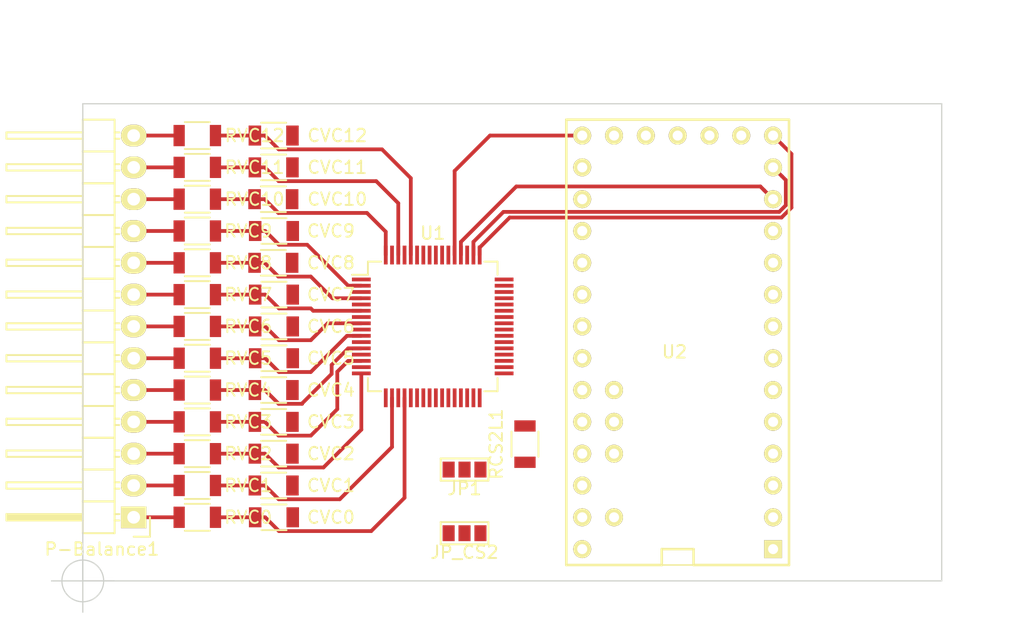
<source format=kicad_pcb>
(kicad_pcb (version 4) (host pcbnew "(after 2015-mar-04 BZR unknown)-product")

  (general
    (links 66)
    (no_connects 25)
    (area 102.458999 75.89 189.53 128.430001)
    (thickness 1.6)
    (drawings 8)
    (tracks 118)
    (zones 0)
    (modules 32)
    (nets 98)
  )

  (page A4)
  (layers
    (0 F.Cu signal)
    (31 B.Cu signal)
    (32 B.Adhes user)
    (33 F.Adhes user)
    (34 B.Paste user)
    (35 F.Paste user)
    (36 B.SilkS user)
    (37 F.SilkS user)
    (38 B.Mask user)
    (39 F.Mask user)
    (40 Dwgs.User user)
    (41 Cmts.User user)
    (42 Eco1.User user)
    (43 Eco2.User user)
    (44 Edge.Cuts user)
    (45 Margin user)
    (46 B.CrtYd user)
    (47 F.CrtYd user)
    (48 B.Fab user)
    (49 F.Fab user)
  )

  (setup
    (last_trace_width 0.3)
    (user_trace_width 0.15)
    (user_trace_width 0.2)
    (user_trace_width 0.25)
    (user_trace_width 0.3)
    (user_trace_width 0.4)
    (user_trace_width 0.5)
    (user_trace_width 0.7)
    (user_trace_width 1)
    (user_trace_width 1.5)
    (user_trace_width 2)
    (trace_clearance 0.15)
    (zone_clearance 0.15)
    (zone_45_only no)
    (trace_min 0.15)
    (segment_width 0.37846)
    (edge_width 0.1)
    (via_size 0.6)
    (via_drill 0.3)
    (via_min_size 0.6)
    (via_min_drill 0.3)
    (user_via 0.6 0.3)
    (user_via 0.7 0.4)
    (user_via 0.8 0.5)
    (user_via 0.9 0.6)
    (user_via 1 0.7)
    (user_via 1.1 0.8)
    (user_via 1.2 0.9)
    (user_via 1.3 1)
    (uvia_size 0.6)
    (uvia_drill 0.3)
    (uvias_allowed no)
    (uvia_min_size 0.6)
    (uvia_min_drill 0.3)
    (pcb_text_width 0.3)
    (pcb_text_size 1.5 1.5)
    (mod_edge_width 0.15)
    (mod_text_size 1 1)
    (mod_text_width 0.15)
    (pad_size 1.4 1.4)
    (pad_drill 1)
    (pad_to_mask_clearance 0)
    (aux_axis_origin 88.9 125.73)
    (visible_elements 7FFFFF7F)
    (pcbplotparams
      (layerselection 0x00030_80000001)
      (usegerberextensions false)
      (excludeedgelayer true)
      (linewidth 0.100000)
      (plotframeref false)
      (viasonmask false)
      (mode 1)
      (useauxorigin false)
      (hpglpennumber 1)
      (hpglpenspeed 20)
      (hpglpendiameter 15)
      (hpglpenoverlay 2)
      (psnegative false)
      (psa4output false)
      (plotreference true)
      (plotvalue true)
      (plotinvisibletext false)
      (padsonsilk false)
      (subtractmaskfromsilk false)
      (outputformat 1)
      (mirror false)
      (drillshape 1)
      (scaleselection 1)
      (outputdirectory ""))
  )

  (net 0 "")
  (net 1 "Net-(U1-Pad1)")
  (net 2 "Net-(U1-Pad3)")
  (net 3 "Net-(U1-Pad5)")
  (net 4 "Net-(U1-Pad7)")
  (net 5 "Net-(U1-Pad9)")
  (net 6 "Net-(U1-Pad11)")
  (net 7 "Net-(U1-Pad13)")
  (net 8 "Net-(U1-Pad15)")
  (net 9 "Net-(U1-Pad17)")
  (net 10 "Net-(U1-Pad19)")
  (net 11 "Net-(U1-Pad24)")
  (net 12 "Net-(U1-Pad26)")
  (net 13 "Net-(U1-Pad28)")
  (net 14 "Net-(U1-Pad29)")
  (net 15 "Net-(U1-Pad30)")
  (net 16 "Net-(U1-Pad32)")
  (net 17 "Net-(U1-Pad33)")
  (net 18 "Net-(U1-Pad34)")
  (net 19 "Net-(U1-Pad35)")
  (net 20 "Net-(U1-Pad36)")
  (net 21 "Net-(U1-Pad38)")
  (net 22 "Net-(U1-Pad41)")
  (net 23 "Net-(U1-Pad42)")
  (net 24 "Net-(U1-Pad43)")
  (net 25 "Net-(U1-Pad45)")
  (net 26 "Net-(U1-Pad46)")
  (net 27 "Net-(U1-Pad47)")
  (net 28 "Net-(U1-Pad55)")
  (net 29 "Net-(U1-Pad56)")
  (net 30 "Net-(U1-Pad58)")
  (net 31 "Net-(U1-Pad59)")
  (net 32 "Net-(U1-Pad61)")
  (net 33 "Net-(U1-Pad63)")
  (net 34 GND)
  (net 35 /COMMS2)
  (net 36 +3V3)
  (net 37 "Net-(JP1-Pad2)")
  (net 38 /VC0)
  (net 39 /VC1)
  (net 40 /VC2)
  (net 41 /VC3)
  (net 42 /VC4)
  (net 43 /VC5)
  (net 44 /VC6)
  (net 45 /VC7)
  (net 46 /VC8)
  (net 47 /VC9)
  (net 48 /VC10)
  (net 49 /VC11)
  (net 50 /VC12)
  (net 51 "Net-(JP_CS2-Pad2)")
  (net 52 "Net-(P-Balance1-Pad1)")
  (net 53 "Net-(P-Balance1-Pad2)")
  (net 54 "Net-(P-Balance1-Pad3)")
  (net 55 "Net-(P-Balance1-Pad4)")
  (net 56 "Net-(P-Balance1-Pad5)")
  (net 57 "Net-(P-Balance1-Pad6)")
  (net 58 "Net-(P-Balance1-Pad7)")
  (net 59 "Net-(P-Balance1-Pad8)")
  (net 60 "Net-(P-Balance1-Pad9)")
  (net 61 "Net-(P-Balance1-Pad10)")
  (net 62 "Net-(P-Balance1-Pad11)")
  (net 63 "Net-(P-Balance1-Pad12)")
  (net 64 "Net-(P-Balance1-Pad13)")
  (net 65 "Net-(U2-Pad0)")
  (net 66 "Net-(U2-Pad1)")
  (net 67 "Net-(U2-Pad2)")
  (net 68 "Net-(U2-Pad3)")
  (net 69 3.3V)
  (net 70 "Net-(U2-Pad4)")
  (net 71 "Net-(U2-Pad5)")
  (net 72 "Net-(U2-Pad6)")
  (net 73 "Net-(U2-Pad7)")
  (net 74 "Net-(U2-Pad8)")
  (net 75 "Net-(U2-Pad9)")
  (net 76 "Net-(U2-Pad14/A)")
  (net 77 "Net-(U2-Pad15/A)")
  (net 78 "Net-(U2-Pad16/A)")
  (net 79 "Net-(U2-Pad17/A)")
  (net 80 "Net-(U2-Pad18/A)")
  (net 81 "Net-(U2-Pad19/A)")
  (net 82 "Net-(U2-Pad20/A)")
  (net 83 "Net-(U2-Pad21/A)")
  (net 84 "Net-(U2-Pad22/A)")
  (net 85 "Net-(U2-Pad23/A)")
  (net 86 "Net-(U2-PadA10)")
  (net 87 "Net-(U2-PadA11)")
  (net 88 "Net-(U2-PadAGND)")
  (net 89 "Net-(U2-PadAREF)")
  (net 90 "Net-(U2-PadPGM)")
  (net 91 "Net-(U2-PadVBAT)")
  (net 92 "Net-(U2-PadVIN)")
  (net 93 "Net-(U2-PadVUSB)")
  (net 94 /DOUT)
  (net 95 /DIN)
  (net 96 /CS)
  (net 97 /SCLK)

  (net_class Default "Dies ist die voreingestellte Netzklasse."
    (clearance 0.15)
    (trace_width 0.3)
    (via_dia 0.6)
    (via_drill 0.3)
    (uvia_dia 0.6)
    (uvia_drill 0.3)
    (add_net /COMMS2)
    (add_net /CS)
    (add_net /DIN)
    (add_net /DOUT)
    (add_net /SCLK)
    (add_net /VC0)
    (add_net /VC1)
    (add_net /VC10)
    (add_net /VC11)
    (add_net /VC12)
    (add_net /VC2)
    (add_net /VC3)
    (add_net /VC4)
    (add_net /VC5)
    (add_net /VC6)
    (add_net /VC7)
    (add_net /VC8)
    (add_net /VC9)
    (add_net 3.3V)
    (add_net "Net-(JP1-Pad2)")
    (add_net "Net-(JP_CS2-Pad2)")
    (add_net "Net-(P-Balance1-Pad1)")
    (add_net "Net-(P-Balance1-Pad10)")
    (add_net "Net-(P-Balance1-Pad11)")
    (add_net "Net-(P-Balance1-Pad12)")
    (add_net "Net-(P-Balance1-Pad13)")
    (add_net "Net-(P-Balance1-Pad2)")
    (add_net "Net-(P-Balance1-Pad3)")
    (add_net "Net-(P-Balance1-Pad4)")
    (add_net "Net-(P-Balance1-Pad5)")
    (add_net "Net-(P-Balance1-Pad6)")
    (add_net "Net-(P-Balance1-Pad7)")
    (add_net "Net-(P-Balance1-Pad8)")
    (add_net "Net-(P-Balance1-Pad9)")
    (add_net "Net-(U1-Pad1)")
    (add_net "Net-(U1-Pad11)")
    (add_net "Net-(U1-Pad13)")
    (add_net "Net-(U1-Pad15)")
    (add_net "Net-(U1-Pad17)")
    (add_net "Net-(U1-Pad19)")
    (add_net "Net-(U1-Pad24)")
    (add_net "Net-(U1-Pad26)")
    (add_net "Net-(U1-Pad28)")
    (add_net "Net-(U1-Pad29)")
    (add_net "Net-(U1-Pad3)")
    (add_net "Net-(U1-Pad30)")
    (add_net "Net-(U1-Pad32)")
    (add_net "Net-(U1-Pad33)")
    (add_net "Net-(U1-Pad34)")
    (add_net "Net-(U1-Pad35)")
    (add_net "Net-(U1-Pad36)")
    (add_net "Net-(U1-Pad38)")
    (add_net "Net-(U1-Pad41)")
    (add_net "Net-(U1-Pad42)")
    (add_net "Net-(U1-Pad43)")
    (add_net "Net-(U1-Pad45)")
    (add_net "Net-(U1-Pad46)")
    (add_net "Net-(U1-Pad47)")
    (add_net "Net-(U1-Pad5)")
    (add_net "Net-(U1-Pad55)")
    (add_net "Net-(U1-Pad56)")
    (add_net "Net-(U1-Pad58)")
    (add_net "Net-(U1-Pad59)")
    (add_net "Net-(U1-Pad61)")
    (add_net "Net-(U1-Pad63)")
    (add_net "Net-(U1-Pad7)")
    (add_net "Net-(U1-Pad9)")
    (add_net "Net-(U2-Pad0)")
    (add_net "Net-(U2-Pad1)")
    (add_net "Net-(U2-Pad14/A)")
    (add_net "Net-(U2-Pad15/A)")
    (add_net "Net-(U2-Pad16/A)")
    (add_net "Net-(U2-Pad17/A)")
    (add_net "Net-(U2-Pad18/A)")
    (add_net "Net-(U2-Pad19/A)")
    (add_net "Net-(U2-Pad2)")
    (add_net "Net-(U2-Pad20/A)")
    (add_net "Net-(U2-Pad21/A)")
    (add_net "Net-(U2-Pad22/A)")
    (add_net "Net-(U2-Pad23/A)")
    (add_net "Net-(U2-Pad3)")
    (add_net "Net-(U2-Pad4)")
    (add_net "Net-(U2-Pad5)")
    (add_net "Net-(U2-Pad6)")
    (add_net "Net-(U2-Pad7)")
    (add_net "Net-(U2-Pad8)")
    (add_net "Net-(U2-Pad9)")
    (add_net "Net-(U2-PadA10)")
    (add_net "Net-(U2-PadA11)")
    (add_net "Net-(U2-PadAGND)")
    (add_net "Net-(U2-PadAREF)")
    (add_net "Net-(U2-PadPGM)")
    (add_net "Net-(U2-PadVBAT)")
    (add_net "Net-(U2-PadVIN)")
    (add_net "Net-(U2-PadVUSB)")
  )

  (net_class 0,2 ""
    (clearance 0.15)
    (trace_width 0.2)
    (via_dia 0.6)
    (via_drill 0.3)
    (uvia_dia 0.6)
    (uvia_drill 0.3)
  )

  (net_class 0,25 ""
    (clearance 0.15)
    (trace_width 0.25)
    (via_dia 0.6)
    (via_drill 0.3)
    (uvia_dia 0.6)
    (uvia_drill 0.3)
  )

  (net_class 0,3 ""
    (clearance 0.15)
    (trace_width 0.3)
    (via_dia 0.6)
    (via_drill 0.3)
    (uvia_dia 0.6)
    (uvia_drill 0.3)
  )

  (net_class 0,4 ""
    (clearance 0.15)
    (trace_width 0.4)
    (via_dia 0.6)
    (via_drill 0.3)
    (uvia_dia 0.6)
    (uvia_drill 0.3)
  )

  (net_class 0,5 ""
    (clearance 0.15)
    (trace_width 0.5)
    (via_dia 0.6)
    (via_drill 0.3)
    (uvia_dia 0.6)
    (uvia_drill 0.3)
    (add_net +3V3)
    (add_net GND)
  )

  (net_class 0,7 ""
    (clearance 0.15)
    (trace_width 0.7)
    (via_dia 0.6)
    (via_drill 0.3)
    (uvia_dia 0.6)
    (uvia_drill 0.3)
  )

  (net_class 1,0 ""
    (clearance 0.15)
    (trace_width 1)
    (via_dia 0.6)
    (via_drill 0.3)
    (uvia_dia 0.6)
    (uvia_drill 0.3)
  )

  (net_class 1,5 ""
    (clearance 0.15)
    (trace_width 1.5)
    (via_dia 0.6)
    (via_drill 0.3)
    (uvia_dia 0.6)
    (uvia_drill 0.3)
  )

  (net_class 2,0 ""
    (clearance 0.15)
    (trace_width 2)
    (via_dia 0.6)
    (via_drill 0.3)
    (uvia_dia 0.6)
    (uvia_drill 0.3)
  )

  (module packages:Teensy_3_Series_Board_v1.0-TEENSY_3.1+4 (layer F.Cu) (tedit 54F6CF5B) (tstamp 552FBB61)
    (at 156.718 101.6 180)
    (path /552FE571)
    (attr virtual)
    (fp_text reference U2 (at 0.254 -2.032 180) (layer F.SilkS)
      (effects (font (size 1 1) (thickness 0.15)))
    )
    (fp_text value TEENSY_3.0+4 (at 0.254 -0.254 180) (layer F.SilkS) hide
      (effects (font (size 1 1) (thickness 0.15)))
    )
    (fp_line (start -8.89 -19.05) (end 8.89 -19.05) (layer F.SilkS) (width 0.127))
    (fp_line (start 8.89 -19.05) (end 8.89 16.51) (layer F.SilkS) (width 0.127))
    (fp_line (start 8.89 16.51) (end -8.89 16.51) (layer F.SilkS) (width 0.127))
    (fp_line (start -8.89 16.51) (end -8.89 -19.05) (layer F.SilkS) (width 0.127))
    (fp_line (start -1.27 -17.78) (end 1.27 -17.78) (layer F.SilkS) (width 0.2032))
    (fp_line (start 1.27 -17.78) (end 1.27 -19.05) (layer F.SilkS) (width 0.2032))
    (fp_line (start 1.27 -19.05) (end 8.89 -19.05) (layer F.SilkS) (width 0.2032))
    (fp_line (start 8.89 -19.05) (end 8.89 16.51) (layer F.SilkS) (width 0.2032))
    (fp_line (start 8.89 16.51) (end -8.89 16.51) (layer F.SilkS) (width 0.2032))
    (fp_line (start -8.89 16.51) (end -8.89 -19.05) (layer F.SilkS) (width 0.2032))
    (fp_line (start -8.89 -19.05) (end -1.27 -19.05) (layer F.SilkS) (width 0.2032))
    (fp_line (start -1.27 -19.05) (end -1.27 -17.78) (layer F.SilkS) (width 0.2032))
    (pad 0 thru_hole circle (at -7.62 -15.24 180) (size 1.43 1.43) (drill 0.8) (layers *.Cu *.Mask F.SilkS)
      (net 65 "Net-(U2-Pad0)"))
    (pad 1 thru_hole circle (at -7.62 -12.7 180) (size 1.43 1.43) (drill 0.8) (layers *.Cu *.Mask F.SilkS)
      (net 66 "Net-(U2-Pad1)"))
    (pad 2 thru_hole circle (at -7.62 -10.16 180) (size 1.43 1.43) (drill 0.8) (layers *.Cu *.Mask F.SilkS)
      (net 67 "Net-(U2-Pad2)"))
    (pad 3 thru_hole circle (at -7.62 -7.62 180) (size 1.43 1.43) (drill 0.8) (layers *.Cu *.Mask F.SilkS)
      (net 68 "Net-(U2-Pad3)"))
    (pad 3.3V thru_hole circle (at 7.62 -12.7 180) (size 1.43 1.43) (drill 0.8) (layers *.Cu *.Mask F.SilkS)
      (net 69 3.3V))
    (pad 3.3V thru_hole circle (at -2.54 15.24 180) (size 1.43 1.43) (drill 0.8) (layers *.Cu *.Mask F.SilkS)
      (net 69 3.3V))
    (pad 4 thru_hole circle (at -7.62 -5.08 180) (size 1.43 1.43) (drill 0.8) (layers *.Cu *.Mask F.SilkS)
      (net 70 "Net-(U2-Pad4)"))
    (pad 5 thru_hole circle (at -7.62 -2.54 180) (size 1.43 1.43) (drill 0.8) (layers *.Cu *.Mask F.SilkS)
      (net 71 "Net-(U2-Pad5)"))
    (pad 6 thru_hole circle (at -7.62 0 180) (size 1.43 1.43) (drill 0.8) (layers *.Cu *.Mask F.SilkS)
      (net 72 "Net-(U2-Pad6)"))
    (pad 7 thru_hole circle (at -7.62 2.54 180) (size 1.43 1.43) (drill 0.8) (layers *.Cu *.Mask F.SilkS)
      (net 73 "Net-(U2-Pad7)"))
    (pad 8 thru_hole circle (at -7.62 5.08 180) (size 1.43 1.43) (drill 0.8) (layers *.Cu *.Mask F.SilkS)
      (net 74 "Net-(U2-Pad8)"))
    (pad 9 thru_hole circle (at -7.62 7.62 180) (size 1.43 1.43) (drill 0.8) (layers *.Cu *.Mask F.SilkS)
      (net 75 "Net-(U2-Pad9)"))
    (pad 10 thru_hole circle (at -7.62 10.16 180) (size 1.43 1.43) (drill 0.8) (layers *.Cu *.Mask F.SilkS)
      (net 96 /CS))
    (pad 11 thru_hole circle (at -7.62 12.7 180) (size 1.43 1.43) (drill 0.8) (layers *.Cu *.Mask F.SilkS)
      (net 95 /DIN))
    (pad 12 thru_hole circle (at -7.62 15.24 180) (size 1.43 1.43) (drill 0.8) (layers *.Cu *.Mask F.SilkS)
      (net 94 /DOUT))
    (pad 13 thru_hole circle (at 7.62 15.24 180) (size 1.43 1.43) (drill 0.8) (layers *.Cu *.Mask F.SilkS)
      (net 97 /SCLK))
    (pad 14/A thru_hole circle (at 7.62 12.7 180) (size 1.43 1.43) (drill 0.8) (layers *.Cu *.Mask F.SilkS)
      (net 76 "Net-(U2-Pad14/A)"))
    (pad 15/A thru_hole circle (at 7.62 10.16 180) (size 1.43 1.43) (drill 0.8) (layers *.Cu *.Mask F.SilkS)
      (net 77 "Net-(U2-Pad15/A)"))
    (pad 16/A thru_hole circle (at 7.62 7.62 180) (size 1.43 1.43) (drill 0.8) (layers *.Cu *.Mask F.SilkS)
      (net 78 "Net-(U2-Pad16/A)"))
    (pad 17/A thru_hole circle (at 7.62 5.08 180) (size 1.43 1.43) (drill 0.8) (layers *.Cu *.Mask F.SilkS)
      (net 79 "Net-(U2-Pad17/A)"))
    (pad 18/A thru_hole circle (at 7.62 2.54 180) (size 1.43 1.43) (drill 0.8) (layers *.Cu *.Mask F.SilkS)
      (net 80 "Net-(U2-Pad18/A)"))
    (pad 19/A thru_hole circle (at 7.62 0 180) (size 1.43 1.43) (drill 0.8) (layers *.Cu *.Mask F.SilkS)
      (net 81 "Net-(U2-Pad19/A)"))
    (pad 20/A thru_hole circle (at 7.62 -2.54 180) (size 1.43 1.43) (drill 0.8) (layers *.Cu *.Mask F.SilkS)
      (net 82 "Net-(U2-Pad20/A)"))
    (pad 21/A thru_hole circle (at 7.62 -5.08 180) (size 1.43 1.43) (drill 0.8) (layers *.Cu *.Mask F.SilkS)
      (net 83 "Net-(U2-Pad21/A)"))
    (pad 22/A thru_hole circle (at 7.62 -7.62 180) (size 1.43 1.43) (drill 0.8) (layers *.Cu *.Mask F.SilkS)
      (net 84 "Net-(U2-Pad22/A)"))
    (pad 23/A thru_hole circle (at 7.62 -10.16 180) (size 1.43 1.43) (drill 0.8) (layers *.Cu *.Mask F.SilkS)
      (net 85 "Net-(U2-Pad23/A)"))
    (pad A10 thru_hole circle (at 5.08 -7.62 180) (size 1.43 1.43) (drill 0.8) (layers *.Cu *.Mask F.SilkS)
      (net 86 "Net-(U2-PadA10)"))
    (pad A11 thru_hole circle (at 5.08 -5.08 180) (size 1.43 1.43) (drill 0.8) (layers *.Cu *.Mask F.SilkS)
      (net 87 "Net-(U2-PadA11)"))
    (pad A14 thru_hole circle (at 5.08 15.24 180) (size 1.43 1.43) (drill 0.8) (layers *.Cu *.Mask F.SilkS))
    (pad AGND thru_hole circle (at 7.62 -15.24 180) (size 1.43 1.43) (drill 0.8) (layers *.Cu *.Mask F.SilkS)
      (net 88 "Net-(U2-PadAGND)"))
    (pad AREF thru_hole circle (at 5.08 -10.16 180) (size 1.43 1.43) (drill 0.8) (layers *.Cu *.Mask F.SilkS)
      (net 89 "Net-(U2-PadAREF)"))
    (pad GND thru_hole rect (at -7.62 -17.78 180) (size 1.43 1.43) (drill 0.8) (layers *.Cu *.Mask F.SilkS)
      (net 34 GND))
    (pad GND1 thru_hole circle (at 0 15.24 180) (size 1.43 1.43) (drill 0.8) (layers *.Cu *.Mask F.SilkS)
      (net 34 GND))
    (pad PGM thru_hole circle (at 2.54 15.24 180) (size 1.43 1.43) (drill 0.8) (layers *.Cu *.Mask F.SilkS)
      (net 90 "Net-(U2-PadPGM)"))
    (pad VBAT thru_hole circle (at -5.08 15.24 180) (size 1.43 1.43) (drill 0.8) (layers *.Cu *.Mask F.SilkS)
      (net 91 "Net-(U2-PadVBAT)"))
    (pad VIN thru_hole circle (at 7.62 -17.78 180) (size 1.43 1.43) (drill 0.8) (layers *.Cu *.Mask F.SilkS)
      (net 92 "Net-(U2-PadVIN)"))
    (pad VUSB thru_hole circle (at 5.08 -15.24 180) (size 1.43 1.43) (drill 0.8) (layers *.Cu *.Mask F.SilkS)
      (net 93 "Net-(U2-PadVUSB)"))
    (model C:/Users/Laptop-02/Documents/KiCad/Lib/teensy/teensy-3.1-pins.wrl
      (at (xyz 0 0 0))
      (scale (xyz 1 1 1))
      (rotate (xyz 0 0 0))
    )
  )

  (module Housings_QFP:TQFP-64_10x10mm_Pitch0.5mm (layer F.Cu) (tedit 54130A77) (tstamp 55201C3C)
    (at 137.16 101.6)
    (descr "64-Lead Plastic Thin Quad Flatpack (PT) - 10x10x1 mm Body, 2.00 mm Footprint [TQFP] (see Microchip Packaging Specification 00000049BS.pdf)")
    (tags "QFP 0.5")
    (path /5520225F)
    (attr smd)
    (fp_text reference U1 (at 0 -7.45) (layer F.SilkS)
      (effects (font (size 1 1) (thickness 0.15)))
    )
    (fp_text value ISL94212 (at 0 7.45) (layer F.Fab)
      (effects (font (size 1 1) (thickness 0.15)))
    )
    (fp_line (start -6.7 -6.7) (end -6.7 6.7) (layer F.CrtYd) (width 0.05))
    (fp_line (start 6.7 -6.7) (end 6.7 6.7) (layer F.CrtYd) (width 0.05))
    (fp_line (start -6.7 -6.7) (end 6.7 -6.7) (layer F.CrtYd) (width 0.05))
    (fp_line (start -6.7 6.7) (end 6.7 6.7) (layer F.CrtYd) (width 0.05))
    (fp_line (start -5.175 -5.175) (end -5.175 -4.125) (layer F.SilkS) (width 0.15))
    (fp_line (start 5.175 -5.175) (end 5.175 -4.125) (layer F.SilkS) (width 0.15))
    (fp_line (start 5.175 5.175) (end 5.175 4.125) (layer F.SilkS) (width 0.15))
    (fp_line (start -5.175 5.175) (end -5.175 4.125) (layer F.SilkS) (width 0.15))
    (fp_line (start -5.175 -5.175) (end -4.125 -5.175) (layer F.SilkS) (width 0.15))
    (fp_line (start -5.175 5.175) (end -4.125 5.175) (layer F.SilkS) (width 0.15))
    (fp_line (start 5.175 5.175) (end 4.125 5.175) (layer F.SilkS) (width 0.15))
    (fp_line (start 5.175 -5.175) (end 4.125 -5.175) (layer F.SilkS) (width 0.15))
    (fp_line (start -5.175 -4.125) (end -6.45 -4.125) (layer F.SilkS) (width 0.15))
    (pad 1 smd rect (at -5.7 -3.75) (size 1.5 0.3) (layers F.Cu F.Paste F.Mask)
      (net 1 "Net-(U1-Pad1)"))
    (pad 2 smd rect (at -5.7 -3.25) (size 1.5 0.3) (layers F.Cu F.Paste F.Mask)
      (net 47 /VC9))
    (pad 3 smd rect (at -5.7 -2.75) (size 1.5 0.3) (layers F.Cu F.Paste F.Mask)
      (net 2 "Net-(U1-Pad3)"))
    (pad 4 smd rect (at -5.7 -2.25) (size 1.5 0.3) (layers F.Cu F.Paste F.Mask)
      (net 46 /VC8))
    (pad 5 smd rect (at -5.7 -1.75) (size 1.5 0.3) (layers F.Cu F.Paste F.Mask)
      (net 3 "Net-(U1-Pad5)"))
    (pad 6 smd rect (at -5.7 -1.25) (size 1.5 0.3) (layers F.Cu F.Paste F.Mask)
      (net 45 /VC7))
    (pad 7 smd rect (at -5.7 -0.75) (size 1.5 0.3) (layers F.Cu F.Paste F.Mask)
      (net 4 "Net-(U1-Pad7)"))
    (pad 8 smd rect (at -5.7 -0.25) (size 1.5 0.3) (layers F.Cu F.Paste F.Mask)
      (net 44 /VC6))
    (pad 9 smd rect (at -5.7 0.25) (size 1.5 0.3) (layers F.Cu F.Paste F.Mask)
      (net 5 "Net-(U1-Pad9)"))
    (pad 10 smd rect (at -5.7 0.75) (size 1.5 0.3) (layers F.Cu F.Paste F.Mask)
      (net 43 /VC5))
    (pad 11 smd rect (at -5.7 1.25) (size 1.5 0.3) (layers F.Cu F.Paste F.Mask)
      (net 6 "Net-(U1-Pad11)"))
    (pad 12 smd rect (at -5.7 1.75) (size 1.5 0.3) (layers F.Cu F.Paste F.Mask)
      (net 42 /VC4))
    (pad 13 smd rect (at -5.7 2.25) (size 1.5 0.3) (layers F.Cu F.Paste F.Mask)
      (net 7 "Net-(U1-Pad13)"))
    (pad 14 smd rect (at -5.7 2.75) (size 1.5 0.3) (layers F.Cu F.Paste F.Mask)
      (net 41 /VC3))
    (pad 15 smd rect (at -5.7 3.25) (size 1.5 0.3) (layers F.Cu F.Paste F.Mask)
      (net 8 "Net-(U1-Pad15)"))
    (pad 16 smd rect (at -5.7 3.75) (size 1.5 0.3) (layers F.Cu F.Paste F.Mask)
      (net 40 /VC2))
    (pad 17 smd rect (at -3.75 5.7 90) (size 1.5 0.3) (layers F.Cu F.Paste F.Mask)
      (net 9 "Net-(U1-Pad17)"))
    (pad 18 smd rect (at -3.25 5.7 90) (size 1.5 0.3) (layers F.Cu F.Paste F.Mask)
      (net 39 /VC1))
    (pad 19 smd rect (at -2.75 5.7 90) (size 1.5 0.3) (layers F.Cu F.Paste F.Mask)
      (net 10 "Net-(U1-Pad19)"))
    (pad 20 smd rect (at -2.25 5.7 90) (size 1.5 0.3) (layers F.Cu F.Paste F.Mask)
      (net 38 /VC0))
    (pad 21 smd rect (at -1.75 5.7 90) (size 1.5 0.3) (layers F.Cu F.Paste F.Mask)
      (net 34 GND))
    (pad 22 smd rect (at -1.25 5.7 90) (size 1.5 0.3) (layers F.Cu F.Paste F.Mask)
      (net 34 GND))
    (pad 23 smd rect (at -0.75 5.7 90) (size 1.5 0.3) (layers F.Cu F.Paste F.Mask))
    (pad 24 smd rect (at -0.25 5.7 90) (size 1.5 0.3) (layers F.Cu F.Paste F.Mask)
      (net 11 "Net-(U1-Pad24)"))
    (pad 25 smd rect (at 0.25 5.7 90) (size 1.5 0.3) (layers F.Cu F.Paste F.Mask))
    (pad 26 smd rect (at 0.75 5.7 90) (size 1.5 0.3) (layers F.Cu F.Paste F.Mask)
      (net 12 "Net-(U1-Pad26)"))
    (pad 27 smd rect (at 1.25 5.7 90) (size 1.5 0.3) (layers F.Cu F.Paste F.Mask))
    (pad 28 smd rect (at 1.75 5.7 90) (size 1.5 0.3) (layers F.Cu F.Paste F.Mask)
      (net 13 "Net-(U1-Pad28)"))
    (pad 29 smd rect (at 2.25 5.7 90) (size 1.5 0.3) (layers F.Cu F.Paste F.Mask)
      (net 14 "Net-(U1-Pad29)"))
    (pad 30 smd rect (at 2.75 5.7 90) (size 1.5 0.3) (layers F.Cu F.Paste F.Mask)
      (net 15 "Net-(U1-Pad30)"))
    (pad 31 smd rect (at 3.25 5.7 90) (size 1.5 0.3) (layers F.Cu F.Paste F.Mask))
    (pad 32 smd rect (at 3.75 5.7 90) (size 1.5 0.3) (layers F.Cu F.Paste F.Mask)
      (net 16 "Net-(U1-Pad32)"))
    (pad 33 smd rect (at 5.7 3.75) (size 1.5 0.3) (layers F.Cu F.Paste F.Mask)
      (net 17 "Net-(U1-Pad33)"))
    (pad 34 smd rect (at 5.7 3.25) (size 1.5 0.3) (layers F.Cu F.Paste F.Mask)
      (net 18 "Net-(U1-Pad34)"))
    (pad 35 smd rect (at 5.7 2.75) (size 1.5 0.3) (layers F.Cu F.Paste F.Mask)
      (net 19 "Net-(U1-Pad35)"))
    (pad 36 smd rect (at 5.7 2.25) (size 1.5 0.3) (layers F.Cu F.Paste F.Mask)
      (net 20 "Net-(U1-Pad36)"))
    (pad 37 smd rect (at 5.7 1.75) (size 1.5 0.3) (layers F.Cu F.Paste F.Mask))
    (pad 38 smd rect (at 5.7 1.25) (size 1.5 0.3) (layers F.Cu F.Paste F.Mask)
      (net 21 "Net-(U1-Pad38)"))
    (pad 39 smd rect (at 5.7 0.75) (size 1.5 0.3) (layers F.Cu F.Paste F.Mask))
    (pad 40 smd rect (at 5.7 0.25) (size 1.5 0.3) (layers F.Cu F.Paste F.Mask)
      (net 35 /COMMS2))
    (pad 41 smd rect (at 5.7 -0.25) (size 1.5 0.3) (layers F.Cu F.Paste F.Mask)
      (net 22 "Net-(U1-Pad41)"))
    (pad 42 smd rect (at 5.7 -0.75) (size 1.5 0.3) (layers F.Cu F.Paste F.Mask)
      (net 23 "Net-(U1-Pad42)"))
    (pad 43 smd rect (at 5.7 -1.25) (size 1.5 0.3) (layers F.Cu F.Paste F.Mask)
      (net 24 "Net-(U1-Pad43)"))
    (pad 44 smd rect (at 5.7 -1.75) (size 1.5 0.3) (layers F.Cu F.Paste F.Mask)
      (net 34 GND))
    (pad 45 smd rect (at 5.7 -2.25) (size 1.5 0.3) (layers F.Cu F.Paste F.Mask)
      (net 25 "Net-(U1-Pad45)"))
    (pad 46 smd rect (at 5.7 -2.75) (size 1.5 0.3) (layers F.Cu F.Paste F.Mask)
      (net 26 "Net-(U1-Pad46)"))
    (pad 47 smd rect (at 5.7 -3.25) (size 1.5 0.3) (layers F.Cu F.Paste F.Mask)
      (net 27 "Net-(U1-Pad47)"))
    (pad 48 smd rect (at 5.7 -3.75) (size 1.5 0.3) (layers F.Cu F.Paste F.Mask))
    (pad 49 smd rect (at 3.75 -5.7 90) (size 1.5 0.3) (layers F.Cu F.Paste F.Mask)
      (net 94 /DOUT))
    (pad 50 smd rect (at 3.25 -5.7 90) (size 1.5 0.3) (layers F.Cu F.Paste F.Mask)
      (net 95 /DIN))
    (pad 51 smd rect (at 2.75 -5.7 90) (size 1.5 0.3) (layers F.Cu F.Paste F.Mask))
    (pad 52 smd rect (at 2.25 -5.7 90) (size 1.5 0.3) (layers F.Cu F.Paste F.Mask)
      (net 96 /CS))
    (pad 53 smd rect (at 1.75 -5.7 90) (size 1.5 0.3) (layers F.Cu F.Paste F.Mask)
      (net 97 /SCLK))
    (pad 54 smd rect (at 1.25 -5.7 90) (size 1.5 0.3) (layers F.Cu F.Paste F.Mask))
    (pad 55 smd rect (at 0.75 -5.7 90) (size 1.5 0.3) (layers F.Cu F.Paste F.Mask)
      (net 28 "Net-(U1-Pad55)"))
    (pad 56 smd rect (at 0.25 -5.7 90) (size 1.5 0.3) (layers F.Cu F.Paste F.Mask)
      (net 29 "Net-(U1-Pad56)"))
    (pad 57 smd rect (at -0.25 -5.7 90) (size 1.5 0.3) (layers F.Cu F.Paste F.Mask))
    (pad 58 smd rect (at -0.75 -5.7 90) (size 1.5 0.3) (layers F.Cu F.Paste F.Mask)
      (net 30 "Net-(U1-Pad58)"))
    (pad 59 smd rect (at -1.25 -5.7 90) (size 1.5 0.3) (layers F.Cu F.Paste F.Mask)
      (net 31 "Net-(U1-Pad59)"))
    (pad 60 smd rect (at -1.75 -5.7 90) (size 1.5 0.3) (layers F.Cu F.Paste F.Mask)
      (net 50 /VC12))
    (pad 61 smd rect (at -2.25 -5.7 90) (size 1.5 0.3) (layers F.Cu F.Paste F.Mask)
      (net 32 "Net-(U1-Pad61)"))
    (pad 62 smd rect (at -2.75 -5.7 90) (size 1.5 0.3) (layers F.Cu F.Paste F.Mask)
      (net 49 /VC11))
    (pad 63 smd rect (at -3.25 -5.7 90) (size 1.5 0.3) (layers F.Cu F.Paste F.Mask)
      (net 33 "Net-(U1-Pad63)"))
    (pad 64 smd rect (at -3.75 -5.7 90) (size 1.5 0.3) (layers F.Cu F.Paste F.Mask)
      (net 48 /VC10))
    (model Housings_QFP.3dshapes/TQFP-64_10x10mm_Pitch0.5mm.wrl
      (at (xyz 0 0 0))
      (scale (xyz 1 1 1))
      (rotate (xyz 0 0 0))
    )
  )

  (module Resistors_SMD:R_1206 (layer F.Cu) (tedit 5415CFA7) (tstamp 55201DB4)
    (at 144.526 110.998 90)
    (descr "Resistor SMD 1206, reflow soldering, Vishay (see dcrcw.pdf)")
    (tags "resistor 1206")
    (path /55201CEB)
    (attr smd)
    (fp_text reference RCS2L1 (at 0 -2.3 90) (layer F.SilkS)
      (effects (font (size 1 1) (thickness 0.15)))
    )
    (fp_text value 1K (at 0 2.3 90) (layer F.Fab)
      (effects (font (size 1 1) (thickness 0.15)))
    )
    (fp_line (start -2.2 -1.2) (end 2.2 -1.2) (layer F.CrtYd) (width 0.05))
    (fp_line (start -2.2 1.2) (end 2.2 1.2) (layer F.CrtYd) (width 0.05))
    (fp_line (start -2.2 -1.2) (end -2.2 1.2) (layer F.CrtYd) (width 0.05))
    (fp_line (start 2.2 -1.2) (end 2.2 1.2) (layer F.CrtYd) (width 0.05))
    (fp_line (start 1 1.075) (end -1 1.075) (layer F.SilkS) (width 0.15))
    (fp_line (start -1 -1.075) (end 1 -1.075) (layer F.SilkS) (width 0.15))
    (pad 1 smd rect (at -1.45 0 90) (size 0.9 1.7) (layers F.Cu F.Paste F.Mask)
      (net 51 "Net-(JP_CS2-Pad2)"))
    (pad 2 smd rect (at 1.45 0 90) (size 0.9 1.7) (layers F.Cu F.Paste F.Mask)
      (net 35 /COMMS2))
    (model Resistors_SMD.3dshapes/R_1206.wrl
      (at (xyz 0 0 0))
      (scale (xyz 1 1 1))
      (rotate (xyz 0 0 0))
    )
  )

  (module Connect:GS3 (layer F.Cu) (tedit 55201F3F) (tstamp 55201F45)
    (at 139.7 113.03 270)
    (descr "Pontet Goute de soudure")
    (path /55201ECD)
    (attr virtual)
    (fp_text reference JP1 (at 1.524 0 360) (layer F.SilkS)
      (effects (font (size 1 1) (thickness 0.15)))
    )
    (fp_text value JUMPER3 (at 1.524 0 360) (layer F.Fab)
      (effects (font (size 1 1) (thickness 0.15)))
    )
    (fp_line (start -0.889 -1.905) (end -0.889 1.905) (layer F.SilkS) (width 0.15))
    (fp_line (start -0.889 1.905) (end 0.889 1.905) (layer F.SilkS) (width 0.15))
    (fp_line (start 0.889 1.905) (end 0.889 -1.905) (layer F.SilkS) (width 0.15))
    (fp_line (start -0.889 -1.905) (end 0.889 -1.905) (layer F.SilkS) (width 0.15))
    (pad 1 smd rect (at 0 -1.27 270) (size 1.27 0.9652) (layers F.Cu F.Paste F.Mask)
      (net 36 +3V3))
    (pad 2 smd rect (at 0 0 270) (size 1.27 0.9652) (layers F.Cu F.Paste F.Mask)
      (net 37 "Net-(JP1-Pad2)"))
    (pad 3 smd rect (at 0 1.27 270) (size 1.27 0.9652) (layers F.Cu F.Paste F.Mask)
      (net 34 GND))
  )

  (module Capacitors_SMD:C_1206 (layer F.Cu) (tedit 5415D7BD) (tstamp 5520219C)
    (at 124.484 116.84)
    (descr "Capacitor SMD 1206, reflow soldering, AVX (see smccp.pdf)")
    (tags "capacitor 1206")
    (path /55202084)
    (attr smd)
    (fp_text reference CVC0 (at 4.548 0) (layer F.SilkS)
      (effects (font (size 1 1) (thickness 0.15)))
    )
    (fp_text value 22nF (at 0 2.3) (layer F.Fab)
      (effects (font (size 1 1) (thickness 0.15)))
    )
    (fp_line (start -2.3 -1.15) (end 2.3 -1.15) (layer F.CrtYd) (width 0.05))
    (fp_line (start -2.3 1.15) (end 2.3 1.15) (layer F.CrtYd) (width 0.05))
    (fp_line (start -2.3 -1.15) (end -2.3 1.15) (layer F.CrtYd) (width 0.05))
    (fp_line (start 2.3 -1.15) (end 2.3 1.15) (layer F.CrtYd) (width 0.05))
    (fp_line (start 1 -1.025) (end -1 -1.025) (layer F.SilkS) (width 0.15))
    (fp_line (start -1 1.025) (end 1 1.025) (layer F.SilkS) (width 0.15))
    (pad 1 smd rect (at -1.5 0) (size 1 1.6) (layers F.Cu F.Paste F.Mask)
      (net 38 /VC0))
    (pad 2 smd rect (at 1.5 0) (size 1 1.6) (layers F.Cu F.Paste F.Mask)
      (net 34 GND))
    (model Capacitors_SMD.3dshapes/C_1206.wrl
      (at (xyz 0 0 0))
      (scale (xyz 1 1 1))
      (rotate (xyz 0 0 0))
    )
  )

  (module Resistors_SMD:R_1206 (layer F.Cu) (tedit 5415CFA7) (tstamp 55202189)
    (at 118.364 114.3 180)
    (descr "Resistor SMD 1206, reflow soldering, Vishay (see dcrcw.pdf)")
    (tags "resistor 1206")
    (path /552FB660)
    (attr smd)
    (fp_text reference RVC1 (at -4.064 0 180) (layer F.SilkS)
      (effects (font (size 1 1) (thickness 0.15)))
    )
    (fp_text value 1K (at 0 2.3 180) (layer F.Fab)
      (effects (font (size 1 1) (thickness 0.15)))
    )
    (fp_line (start -2.2 -1.2) (end 2.2 -1.2) (layer F.CrtYd) (width 0.05))
    (fp_line (start -2.2 1.2) (end 2.2 1.2) (layer F.CrtYd) (width 0.05))
    (fp_line (start -2.2 -1.2) (end -2.2 1.2) (layer F.CrtYd) (width 0.05))
    (fp_line (start 2.2 -1.2) (end 2.2 1.2) (layer F.CrtYd) (width 0.05))
    (fp_line (start 1 1.075) (end -1 1.075) (layer F.SilkS) (width 0.15))
    (fp_line (start -1 -1.075) (end 1 -1.075) (layer F.SilkS) (width 0.15))
    (pad 1 smd rect (at -1.45 0 180) (size 0.9 1.7) (layers F.Cu F.Paste F.Mask)
      (net 39 /VC1))
    (pad 2 smd rect (at 1.45 0 180) (size 0.9 1.7) (layers F.Cu F.Paste F.Mask)
      (net 53 "Net-(P-Balance1-Pad2)"))
    (model Resistors_SMD.3dshapes/R_1206.wrl
      (at (xyz 0 0 0))
      (scale (xyz 1 1 1))
      (rotate (xyz 0 0 0))
    )
  )

  (module Capacitors_SMD:C_1206 (layer F.Cu) (tedit 5415D7BD) (tstamp 552FA367)
    (at 124.46 114.3)
    (descr "Capacitor SMD 1206, reflow soldering, AVX (see smccp.pdf)")
    (tags "capacitor 1206")
    (path /552FA61B)
    (attr smd)
    (fp_text reference CVC1 (at 4.572 0) (layer F.SilkS)
      (effects (font (size 1 1) (thickness 0.15)))
    )
    (fp_text value 22nF (at 0 2.3) (layer F.Fab)
      (effects (font (size 1 1) (thickness 0.15)))
    )
    (fp_line (start -2.3 -1.15) (end 2.3 -1.15) (layer F.CrtYd) (width 0.05))
    (fp_line (start -2.3 1.15) (end 2.3 1.15) (layer F.CrtYd) (width 0.05))
    (fp_line (start -2.3 -1.15) (end -2.3 1.15) (layer F.CrtYd) (width 0.05))
    (fp_line (start 2.3 -1.15) (end 2.3 1.15) (layer F.CrtYd) (width 0.05))
    (fp_line (start 1 -1.025) (end -1 -1.025) (layer F.SilkS) (width 0.15))
    (fp_line (start -1 1.025) (end 1 1.025) (layer F.SilkS) (width 0.15))
    (pad 1 smd rect (at -1.5 0) (size 1 1.6) (layers F.Cu F.Paste F.Mask)
      (net 39 /VC1))
    (pad 2 smd rect (at 1.5 0) (size 1 1.6) (layers F.Cu F.Paste F.Mask)
      (net 34 GND))
    (model Capacitors_SMD.3dshapes/C_1206.wrl
      (at (xyz 0 0 0))
      (scale (xyz 1 1 1))
      (rotate (xyz 0 0 0))
    )
  )

  (module Capacitors_SMD:C_1206 (layer F.Cu) (tedit 5415D7BD) (tstamp 552FA36D)
    (at 124.46 111.76)
    (descr "Capacitor SMD 1206, reflow soldering, AVX (see smccp.pdf)")
    (tags "capacitor 1206")
    (path /552FA641)
    (attr smd)
    (fp_text reference CVC2 (at 4.572 0) (layer F.SilkS)
      (effects (font (size 1 1) (thickness 0.15)))
    )
    (fp_text value 22nF (at 0 2.3) (layer F.Fab)
      (effects (font (size 1 1) (thickness 0.15)))
    )
    (fp_line (start -2.3 -1.15) (end 2.3 -1.15) (layer F.CrtYd) (width 0.05))
    (fp_line (start -2.3 1.15) (end 2.3 1.15) (layer F.CrtYd) (width 0.05))
    (fp_line (start -2.3 -1.15) (end -2.3 1.15) (layer F.CrtYd) (width 0.05))
    (fp_line (start 2.3 -1.15) (end 2.3 1.15) (layer F.CrtYd) (width 0.05))
    (fp_line (start 1 -1.025) (end -1 -1.025) (layer F.SilkS) (width 0.15))
    (fp_line (start -1 1.025) (end 1 1.025) (layer F.SilkS) (width 0.15))
    (pad 1 smd rect (at -1.5 0) (size 1 1.6) (layers F.Cu F.Paste F.Mask)
      (net 40 /VC2))
    (pad 2 smd rect (at 1.5 0) (size 1 1.6) (layers F.Cu F.Paste F.Mask)
      (net 34 GND))
    (model Capacitors_SMD.3dshapes/C_1206.wrl
      (at (xyz 0 0 0))
      (scale (xyz 1 1 1))
      (rotate (xyz 0 0 0))
    )
  )

  (module Capacitors_SMD:C_1206 (layer F.Cu) (tedit 5415D7BD) (tstamp 552FA373)
    (at 124.46 109.22)
    (descr "Capacitor SMD 1206, reflow soldering, AVX (see smccp.pdf)")
    (tags "capacitor 1206")
    (path /552FA667)
    (attr smd)
    (fp_text reference CVC3 (at 4.572 0) (layer F.SilkS)
      (effects (font (size 1 1) (thickness 0.15)))
    )
    (fp_text value 22nF (at 0 2.3) (layer F.Fab)
      (effects (font (size 1 1) (thickness 0.15)))
    )
    (fp_line (start -2.3 -1.15) (end 2.3 -1.15) (layer F.CrtYd) (width 0.05))
    (fp_line (start -2.3 1.15) (end 2.3 1.15) (layer F.CrtYd) (width 0.05))
    (fp_line (start -2.3 -1.15) (end -2.3 1.15) (layer F.CrtYd) (width 0.05))
    (fp_line (start 2.3 -1.15) (end 2.3 1.15) (layer F.CrtYd) (width 0.05))
    (fp_line (start 1 -1.025) (end -1 -1.025) (layer F.SilkS) (width 0.15))
    (fp_line (start -1 1.025) (end 1 1.025) (layer F.SilkS) (width 0.15))
    (pad 1 smd rect (at -1.5 0) (size 1 1.6) (layers F.Cu F.Paste F.Mask)
      (net 41 /VC3))
    (pad 2 smd rect (at 1.5 0) (size 1 1.6) (layers F.Cu F.Paste F.Mask)
      (net 34 GND))
    (model Capacitors_SMD.3dshapes/C_1206.wrl
      (at (xyz 0 0 0))
      (scale (xyz 1 1 1))
      (rotate (xyz 0 0 0))
    )
  )

  (module Capacitors_SMD:C_1206 (layer F.Cu) (tedit 5415D7BD) (tstamp 552FA379)
    (at 124.46 106.68)
    (descr "Capacitor SMD 1206, reflow soldering, AVX (see smccp.pdf)")
    (tags "capacitor 1206")
    (path /552FA691)
    (attr smd)
    (fp_text reference CVC4 (at 4.572 0) (layer F.SilkS)
      (effects (font (size 1 1) (thickness 0.15)))
    )
    (fp_text value 22nF (at 0 2.3) (layer F.Fab)
      (effects (font (size 1 1) (thickness 0.15)))
    )
    (fp_line (start -2.3 -1.15) (end 2.3 -1.15) (layer F.CrtYd) (width 0.05))
    (fp_line (start -2.3 1.15) (end 2.3 1.15) (layer F.CrtYd) (width 0.05))
    (fp_line (start -2.3 -1.15) (end -2.3 1.15) (layer F.CrtYd) (width 0.05))
    (fp_line (start 2.3 -1.15) (end 2.3 1.15) (layer F.CrtYd) (width 0.05))
    (fp_line (start 1 -1.025) (end -1 -1.025) (layer F.SilkS) (width 0.15))
    (fp_line (start -1 1.025) (end 1 1.025) (layer F.SilkS) (width 0.15))
    (pad 1 smd rect (at -1.5 0) (size 1 1.6) (layers F.Cu F.Paste F.Mask)
      (net 42 /VC4))
    (pad 2 smd rect (at 1.5 0) (size 1 1.6) (layers F.Cu F.Paste F.Mask)
      (net 34 GND))
    (model Capacitors_SMD.3dshapes/C_1206.wrl
      (at (xyz 0 0 0))
      (scale (xyz 1 1 1))
      (rotate (xyz 0 0 0))
    )
  )

  (module Capacitors_SMD:C_1206 (layer F.Cu) (tedit 5415D7BD) (tstamp 552FA37F)
    (at 124.484 104.14)
    (descr "Capacitor SMD 1206, reflow soldering, AVX (see smccp.pdf)")
    (tags "capacitor 1206")
    (path /552FA734)
    (attr smd)
    (fp_text reference CVC5 (at 4.548 0) (layer F.SilkS)
      (effects (font (size 1 1) (thickness 0.15)))
    )
    (fp_text value 22nF (at 0 2.3) (layer F.Fab)
      (effects (font (size 1 1) (thickness 0.15)))
    )
    (fp_line (start -2.3 -1.15) (end 2.3 -1.15) (layer F.CrtYd) (width 0.05))
    (fp_line (start -2.3 1.15) (end 2.3 1.15) (layer F.CrtYd) (width 0.05))
    (fp_line (start -2.3 -1.15) (end -2.3 1.15) (layer F.CrtYd) (width 0.05))
    (fp_line (start 2.3 -1.15) (end 2.3 1.15) (layer F.CrtYd) (width 0.05))
    (fp_line (start 1 -1.025) (end -1 -1.025) (layer F.SilkS) (width 0.15))
    (fp_line (start -1 1.025) (end 1 1.025) (layer F.SilkS) (width 0.15))
    (pad 1 smd rect (at -1.5 0) (size 1 1.6) (layers F.Cu F.Paste F.Mask)
      (net 43 /VC5))
    (pad 2 smd rect (at 1.5 0) (size 1 1.6) (layers F.Cu F.Paste F.Mask)
      (net 34 GND))
    (model Capacitors_SMD.3dshapes/C_1206.wrl
      (at (xyz 0 0 0))
      (scale (xyz 1 1 1))
      (rotate (xyz 0 0 0))
    )
  )

  (module Capacitors_SMD:C_1206 (layer F.Cu) (tedit 5415D7BD) (tstamp 552FA385)
    (at 124.484 101.6)
    (descr "Capacitor SMD 1206, reflow soldering, AVX (see smccp.pdf)")
    (tags "capacitor 1206")
    (path /552FA762)
    (attr smd)
    (fp_text reference CVC6 (at 4.548 0) (layer F.SilkS)
      (effects (font (size 1 1) (thickness 0.15)))
    )
    (fp_text value 22nF (at 0 2.3) (layer F.Fab)
      (effects (font (size 1 1) (thickness 0.15)))
    )
    (fp_line (start -2.3 -1.15) (end 2.3 -1.15) (layer F.CrtYd) (width 0.05))
    (fp_line (start -2.3 1.15) (end 2.3 1.15) (layer F.CrtYd) (width 0.05))
    (fp_line (start -2.3 -1.15) (end -2.3 1.15) (layer F.CrtYd) (width 0.05))
    (fp_line (start 2.3 -1.15) (end 2.3 1.15) (layer F.CrtYd) (width 0.05))
    (fp_line (start 1 -1.025) (end -1 -1.025) (layer F.SilkS) (width 0.15))
    (fp_line (start -1 1.025) (end 1 1.025) (layer F.SilkS) (width 0.15))
    (pad 1 smd rect (at -1.5 0) (size 1 1.6) (layers F.Cu F.Paste F.Mask)
      (net 44 /VC6))
    (pad 2 smd rect (at 1.5 0) (size 1 1.6) (layers F.Cu F.Paste F.Mask)
      (net 34 GND))
    (model Capacitors_SMD.3dshapes/C_1206.wrl
      (at (xyz 0 0 0))
      (scale (xyz 1 1 1))
      (rotate (xyz 0 0 0))
    )
  )

  (module Capacitors_SMD:C_1206 (layer F.Cu) (tedit 5415D7BD) (tstamp 552FA38B)
    (at 124.484 99.06)
    (descr "Capacitor SMD 1206, reflow soldering, AVX (see smccp.pdf)")
    (tags "capacitor 1206")
    (path /552FA79E)
    (attr smd)
    (fp_text reference CVC7 (at 4.548 0) (layer F.SilkS)
      (effects (font (size 1 1) (thickness 0.15)))
    )
    (fp_text value 22nF (at 0 2.3) (layer F.Fab)
      (effects (font (size 1 1) (thickness 0.15)))
    )
    (fp_line (start -2.3 -1.15) (end 2.3 -1.15) (layer F.CrtYd) (width 0.05))
    (fp_line (start -2.3 1.15) (end 2.3 1.15) (layer F.CrtYd) (width 0.05))
    (fp_line (start -2.3 -1.15) (end -2.3 1.15) (layer F.CrtYd) (width 0.05))
    (fp_line (start 2.3 -1.15) (end 2.3 1.15) (layer F.CrtYd) (width 0.05))
    (fp_line (start 1 -1.025) (end -1 -1.025) (layer F.SilkS) (width 0.15))
    (fp_line (start -1 1.025) (end 1 1.025) (layer F.SilkS) (width 0.15))
    (pad 1 smd rect (at -1.5 0) (size 1 1.6) (layers F.Cu F.Paste F.Mask)
      (net 45 /VC7))
    (pad 2 smd rect (at 1.5 0) (size 1 1.6) (layers F.Cu F.Paste F.Mask)
      (net 34 GND))
    (model Capacitors_SMD.3dshapes/C_1206.wrl
      (at (xyz 0 0 0))
      (scale (xyz 1 1 1))
      (rotate (xyz 0 0 0))
    )
  )

  (module Capacitors_SMD:C_1206 (layer F.Cu) (tedit 5415D7BD) (tstamp 552FA391)
    (at 124.436 96.52)
    (descr "Capacitor SMD 1206, reflow soldering, AVX (see smccp.pdf)")
    (tags "capacitor 1206")
    (path /552FA7D4)
    (attr smd)
    (fp_text reference CVC8 (at 4.596 0) (layer F.SilkS)
      (effects (font (size 1 1) (thickness 0.15)))
    )
    (fp_text value 22nF (at 0 2.3) (layer F.Fab)
      (effects (font (size 1 1) (thickness 0.15)))
    )
    (fp_line (start -2.3 -1.15) (end 2.3 -1.15) (layer F.CrtYd) (width 0.05))
    (fp_line (start -2.3 1.15) (end 2.3 1.15) (layer F.CrtYd) (width 0.05))
    (fp_line (start -2.3 -1.15) (end -2.3 1.15) (layer F.CrtYd) (width 0.05))
    (fp_line (start 2.3 -1.15) (end 2.3 1.15) (layer F.CrtYd) (width 0.05))
    (fp_line (start 1 -1.025) (end -1 -1.025) (layer F.SilkS) (width 0.15))
    (fp_line (start -1 1.025) (end 1 1.025) (layer F.SilkS) (width 0.15))
    (pad 1 smd rect (at -1.5 0) (size 1 1.6) (layers F.Cu F.Paste F.Mask)
      (net 46 /VC8))
    (pad 2 smd rect (at 1.5 0) (size 1 1.6) (layers F.Cu F.Paste F.Mask)
      (net 34 GND))
    (model Capacitors_SMD.3dshapes/C_1206.wrl
      (at (xyz 0 0 0))
      (scale (xyz 1 1 1))
      (rotate (xyz 0 0 0))
    )
  )

  (module Capacitors_SMD:C_1206 (layer F.Cu) (tedit 5415D7BD) (tstamp 552FA397)
    (at 124.484 93.98)
    (descr "Capacitor SMD 1206, reflow soldering, AVX (see smccp.pdf)")
    (tags "capacitor 1206")
    (path /552FA808)
    (attr smd)
    (fp_text reference CVC9 (at 4.548 0) (layer F.SilkS)
      (effects (font (size 1 1) (thickness 0.15)))
    )
    (fp_text value 22nF (at 0 2.3) (layer F.Fab)
      (effects (font (size 1 1) (thickness 0.15)))
    )
    (fp_line (start -2.3 -1.15) (end 2.3 -1.15) (layer F.CrtYd) (width 0.05))
    (fp_line (start -2.3 1.15) (end 2.3 1.15) (layer F.CrtYd) (width 0.05))
    (fp_line (start -2.3 -1.15) (end -2.3 1.15) (layer F.CrtYd) (width 0.05))
    (fp_line (start 2.3 -1.15) (end 2.3 1.15) (layer F.CrtYd) (width 0.05))
    (fp_line (start 1 -1.025) (end -1 -1.025) (layer F.SilkS) (width 0.15))
    (fp_line (start -1 1.025) (end 1 1.025) (layer F.SilkS) (width 0.15))
    (pad 1 smd rect (at -1.5 0) (size 1 1.6) (layers F.Cu F.Paste F.Mask)
      (net 47 /VC9))
    (pad 2 smd rect (at 1.5 0) (size 1 1.6) (layers F.Cu F.Paste F.Mask)
      (net 34 GND))
    (model Capacitors_SMD.3dshapes/C_1206.wrl
      (at (xyz 0 0 0))
      (scale (xyz 1 1 1))
      (rotate (xyz 0 0 0))
    )
  )

  (module Capacitors_SMD:C_1206 (layer F.Cu) (tedit 5415D7BD) (tstamp 552FA39D)
    (at 124.436 91.44)
    (descr "Capacitor SMD 1206, reflow soldering, AVX (see smccp.pdf)")
    (tags "capacitor 1206")
    (path /552FA83E)
    (attr smd)
    (fp_text reference CVC10 (at 5.104 0) (layer F.SilkS)
      (effects (font (size 1 1) (thickness 0.15)))
    )
    (fp_text value 22nF (at 0 2.3) (layer F.Fab)
      (effects (font (size 1 1) (thickness 0.15)))
    )
    (fp_line (start -2.3 -1.15) (end 2.3 -1.15) (layer F.CrtYd) (width 0.05))
    (fp_line (start -2.3 1.15) (end 2.3 1.15) (layer F.CrtYd) (width 0.05))
    (fp_line (start -2.3 -1.15) (end -2.3 1.15) (layer F.CrtYd) (width 0.05))
    (fp_line (start 2.3 -1.15) (end 2.3 1.15) (layer F.CrtYd) (width 0.05))
    (fp_line (start 1 -1.025) (end -1 -1.025) (layer F.SilkS) (width 0.15))
    (fp_line (start -1 1.025) (end 1 1.025) (layer F.SilkS) (width 0.15))
    (pad 1 smd rect (at -1.5 0) (size 1 1.6) (layers F.Cu F.Paste F.Mask)
      (net 48 /VC10))
    (pad 2 smd rect (at 1.5 0) (size 1 1.6) (layers F.Cu F.Paste F.Mask)
      (net 34 GND))
    (model Capacitors_SMD.3dshapes/C_1206.wrl
      (at (xyz 0 0 0))
      (scale (xyz 1 1 1))
      (rotate (xyz 0 0 0))
    )
  )

  (module Capacitors_SMD:C_1206 (layer F.Cu) (tedit 5415D7BD) (tstamp 552FA3A3)
    (at 124.46 88.9)
    (descr "Capacitor SMD 1206, reflow soldering, AVX (see smccp.pdf)")
    (tags "capacitor 1206")
    (path /552FA876)
    (attr smd)
    (fp_text reference CVC11 (at 5.08 0) (layer F.SilkS)
      (effects (font (size 1 1) (thickness 0.15)))
    )
    (fp_text value 22nF (at 0 2.3) (layer F.Fab)
      (effects (font (size 1 1) (thickness 0.15)))
    )
    (fp_line (start -2.3 -1.15) (end 2.3 -1.15) (layer F.CrtYd) (width 0.05))
    (fp_line (start -2.3 1.15) (end 2.3 1.15) (layer F.CrtYd) (width 0.05))
    (fp_line (start -2.3 -1.15) (end -2.3 1.15) (layer F.CrtYd) (width 0.05))
    (fp_line (start 2.3 -1.15) (end 2.3 1.15) (layer F.CrtYd) (width 0.05))
    (fp_line (start 1 -1.025) (end -1 -1.025) (layer F.SilkS) (width 0.15))
    (fp_line (start -1 1.025) (end 1 1.025) (layer F.SilkS) (width 0.15))
    (pad 1 smd rect (at -1.5 0) (size 1 1.6) (layers F.Cu F.Paste F.Mask)
      (net 49 /VC11))
    (pad 2 smd rect (at 1.5 0) (size 1 1.6) (layers F.Cu F.Paste F.Mask)
      (net 34 GND))
    (model Capacitors_SMD.3dshapes/C_1206.wrl
      (at (xyz 0 0 0))
      (scale (xyz 1 1 1))
      (rotate (xyz 0 0 0))
    )
  )

  (module Capacitors_SMD:C_1206 (layer F.Cu) (tedit 5415D7BD) (tstamp 552FA3A9)
    (at 124.46 86.36)
    (descr "Capacitor SMD 1206, reflow soldering, AVX (see smccp.pdf)")
    (tags "capacitor 1206")
    (path /552FABEC)
    (attr smd)
    (fp_text reference CVC12 (at 5.08 0) (layer F.SilkS)
      (effects (font (size 1 1) (thickness 0.15)))
    )
    (fp_text value 22nF (at 0 2.3) (layer F.Fab)
      (effects (font (size 1 1) (thickness 0.15)))
    )
    (fp_line (start -2.3 -1.15) (end 2.3 -1.15) (layer F.CrtYd) (width 0.05))
    (fp_line (start -2.3 1.15) (end 2.3 1.15) (layer F.CrtYd) (width 0.05))
    (fp_line (start -2.3 -1.15) (end -2.3 1.15) (layer F.CrtYd) (width 0.05))
    (fp_line (start 2.3 -1.15) (end 2.3 1.15) (layer F.CrtYd) (width 0.05))
    (fp_line (start 1 -1.025) (end -1 -1.025) (layer F.SilkS) (width 0.15))
    (fp_line (start -1 1.025) (end 1 1.025) (layer F.SilkS) (width 0.15))
    (pad 1 smd rect (at -1.5 0) (size 1 1.6) (layers F.Cu F.Paste F.Mask)
      (net 50 /VC12))
    (pad 2 smd rect (at 1.5 0) (size 1 1.6) (layers F.Cu F.Paste F.Mask)
      (net 34 GND))
    (model Capacitors_SMD.3dshapes/C_1206.wrl
      (at (xyz 0 0 0))
      (scale (xyz 1 1 1))
      (rotate (xyz 0 0 0))
    )
  )

  (module Connect:GS3 (layer F.Cu) (tedit 0) (tstamp 552FA3B4)
    (at 139.7 118.11 270)
    (descr "Pontet Goute de soudure")
    (path /55201ECD)
    (attr virtual)
    (fp_text reference JP_CS2 (at 1.524 0 360) (layer F.SilkS)
      (effects (font (size 1 1) (thickness 0.15)))
    )
    (fp_text value JUMPER3 (at 1.524 0 360) (layer F.Fab)
      (effects (font (size 1 1) (thickness 0.15)))
    )
    (fp_line (start -0.889 -1.905) (end -0.889 1.905) (layer F.SilkS) (width 0.15))
    (fp_line (start -0.889 1.905) (end 0.889 1.905) (layer F.SilkS) (width 0.15))
    (fp_line (start 0.889 1.905) (end 0.889 -1.905) (layer F.SilkS) (width 0.15))
    (fp_line (start -0.889 -1.905) (end 0.889 -1.905) (layer F.SilkS) (width 0.15))
    (pad 1 smd rect (at 0 -1.27 270) (size 1.27 0.9652) (layers F.Cu F.Paste F.Mask)
      (net 36 +3V3))
    (pad 2 smd rect (at 0 0 270) (size 1.27 0.9652) (layers F.Cu F.Paste F.Mask)
      (net 51 "Net-(JP_CS2-Pad2)"))
    (pad 3 smd rect (at 0 1.27 270) (size 1.27 0.9652) (layers F.Cu F.Paste F.Mask)
      (net 34 GND))
  )

  (module Pin_Headers:Pin_Header_Angled_1x13 (layer F.Cu) (tedit 552FA700) (tstamp 552FA445)
    (at 113.284 116.84 180)
    (descr "Through hole pin header")
    (tags "pin header")
    (path /552FD5F1)
    (fp_text reference P-Balance1 (at 2.54 -2.54 180) (layer F.SilkS)
      (effects (font (size 1 1) (thickness 0.15)))
    )
    (fp_text value CONN_01X13 (at 0 -3.1 180) (layer F.Fab) hide
      (effects (font (size 1 1) (thickness 0.15)))
    )
    (fp_line (start -1.5 -1.75) (end -1.5 32.25) (layer F.CrtYd) (width 0.05))
    (fp_line (start 10.65 -1.75) (end 10.65 32.25) (layer F.CrtYd) (width 0.05))
    (fp_line (start -1.5 -1.75) (end 10.65 -1.75) (layer F.CrtYd) (width 0.05))
    (fp_line (start -1.5 32.25) (end 10.65 32.25) (layer F.CrtYd) (width 0.05))
    (fp_line (start -1.3 -1.55) (end -1.3 0) (layer F.SilkS) (width 0.15))
    (fp_line (start 0 -1.55) (end -1.3 -1.55) (layer F.SilkS) (width 0.15))
    (fp_line (start 4.191 -0.127) (end 10.033 -0.127) (layer F.SilkS) (width 0.15))
    (fp_line (start 10.033 -0.127) (end 10.033 0.127) (layer F.SilkS) (width 0.15))
    (fp_line (start 10.033 0.127) (end 4.191 0.127) (layer F.SilkS) (width 0.15))
    (fp_line (start 4.191 0.127) (end 4.191 0) (layer F.SilkS) (width 0.15))
    (fp_line (start 4.191 0) (end 10.033 0) (layer F.SilkS) (width 0.15))
    (fp_line (start 1.524 20.066) (end 1.143 20.066) (layer F.SilkS) (width 0.15))
    (fp_line (start 1.524 20.574) (end 1.143 20.574) (layer F.SilkS) (width 0.15))
    (fp_line (start 1.524 22.606) (end 1.143 22.606) (layer F.SilkS) (width 0.15))
    (fp_line (start 1.524 23.114) (end 1.143 23.114) (layer F.SilkS) (width 0.15))
    (fp_line (start 1.524 25.146) (end 1.143 25.146) (layer F.SilkS) (width 0.15))
    (fp_line (start 1.524 25.654) (end 1.143 25.654) (layer F.SilkS) (width 0.15))
    (fp_line (start 1.524 27.686) (end 1.143 27.686) (layer F.SilkS) (width 0.15))
    (fp_line (start 1.524 28.194) (end 1.143 28.194) (layer F.SilkS) (width 0.15))
    (fp_line (start 1.524 30.734) (end 1.143 30.734) (layer F.SilkS) (width 0.15))
    (fp_line (start 1.524 30.226) (end 1.143 30.226) (layer F.SilkS) (width 0.15))
    (fp_line (start 1.524 -0.254) (end 1.143 -0.254) (layer F.SilkS) (width 0.15))
    (fp_line (start 1.524 0.254) (end 1.143 0.254) (layer F.SilkS) (width 0.15))
    (fp_line (start 1.524 2.286) (end 1.143 2.286) (layer F.SilkS) (width 0.15))
    (fp_line (start 1.524 2.794) (end 1.143 2.794) (layer F.SilkS) (width 0.15))
    (fp_line (start 1.524 4.826) (end 1.143 4.826) (layer F.SilkS) (width 0.15))
    (fp_line (start 1.524 5.334) (end 1.143 5.334) (layer F.SilkS) (width 0.15))
    (fp_line (start 1.524 7.366) (end 1.143 7.366) (layer F.SilkS) (width 0.15))
    (fp_line (start 1.524 7.874) (end 1.143 7.874) (layer F.SilkS) (width 0.15))
    (fp_line (start 1.524 18.034) (end 1.143 18.034) (layer F.SilkS) (width 0.15))
    (fp_line (start 1.524 17.526) (end 1.143 17.526) (layer F.SilkS) (width 0.15))
    (fp_line (start 1.524 15.494) (end 1.143 15.494) (layer F.SilkS) (width 0.15))
    (fp_line (start 1.524 14.986) (end 1.143 14.986) (layer F.SilkS) (width 0.15))
    (fp_line (start 1.524 12.954) (end 1.143 12.954) (layer F.SilkS) (width 0.15))
    (fp_line (start 1.524 12.446) (end 1.143 12.446) (layer F.SilkS) (width 0.15))
    (fp_line (start 1.524 10.414) (end 1.143 10.414) (layer F.SilkS) (width 0.15))
    (fp_line (start 1.524 9.906) (end 1.143 9.906) (layer F.SilkS) (width 0.15))
    (fp_line (start 1.524 16.51) (end 4.064 16.51) (layer F.SilkS) (width 0.15))
    (fp_line (start 1.524 16.51) (end 1.524 19.05) (layer F.SilkS) (width 0.15))
    (fp_line (start 1.524 19.05) (end 4.064 19.05) (layer F.SilkS) (width 0.15))
    (fp_line (start 4.064 17.526) (end 10.16 17.526) (layer F.SilkS) (width 0.15))
    (fp_line (start 10.16 17.526) (end 10.16 18.034) (layer F.SilkS) (width 0.15))
    (fp_line (start 10.16 18.034) (end 4.064 18.034) (layer F.SilkS) (width 0.15))
    (fp_line (start 4.064 19.05) (end 4.064 16.51) (layer F.SilkS) (width 0.15))
    (fp_line (start 4.064 21.59) (end 4.064 19.05) (layer F.SilkS) (width 0.15))
    (fp_line (start 10.16 20.574) (end 4.064 20.574) (layer F.SilkS) (width 0.15))
    (fp_line (start 10.16 20.066) (end 10.16 20.574) (layer F.SilkS) (width 0.15))
    (fp_line (start 4.064 20.066) (end 10.16 20.066) (layer F.SilkS) (width 0.15))
    (fp_line (start 1.524 21.59) (end 4.064 21.59) (layer F.SilkS) (width 0.15))
    (fp_line (start 1.524 19.05) (end 1.524 21.59) (layer F.SilkS) (width 0.15))
    (fp_line (start 1.524 19.05) (end 4.064 19.05) (layer F.SilkS) (width 0.15))
    (fp_line (start 1.524 24.13) (end 4.064 24.13) (layer F.SilkS) (width 0.15))
    (fp_line (start 1.524 24.13) (end 1.524 26.67) (layer F.SilkS) (width 0.15))
    (fp_line (start 1.524 26.67) (end 4.064 26.67) (layer F.SilkS) (width 0.15))
    (fp_line (start 4.064 25.146) (end 10.16 25.146) (layer F.SilkS) (width 0.15))
    (fp_line (start 10.16 25.146) (end 10.16 25.654) (layer F.SilkS) (width 0.15))
    (fp_line (start 10.16 25.654) (end 4.064 25.654) (layer F.SilkS) (width 0.15))
    (fp_line (start 4.064 26.67) (end 4.064 24.13) (layer F.SilkS) (width 0.15))
    (fp_line (start 4.064 24.13) (end 4.064 21.59) (layer F.SilkS) (width 0.15))
    (fp_line (start 10.16 23.114) (end 4.064 23.114) (layer F.SilkS) (width 0.15))
    (fp_line (start 10.16 22.606) (end 10.16 23.114) (layer F.SilkS) (width 0.15))
    (fp_line (start 4.064 22.606) (end 10.16 22.606) (layer F.SilkS) (width 0.15))
    (fp_line (start 1.524 24.13) (end 4.064 24.13) (layer F.SilkS) (width 0.15))
    (fp_line (start 1.524 21.59) (end 1.524 24.13) (layer F.SilkS) (width 0.15))
    (fp_line (start 1.524 21.59) (end 4.064 21.59) (layer F.SilkS) (width 0.15))
    (fp_line (start 1.524 29.21) (end 4.064 29.21) (layer F.SilkS) (width 0.15))
    (fp_line (start 1.524 29.21) (end 1.524 31.75) (layer F.SilkS) (width 0.15))
    (fp_line (start 1.524 31.75) (end 4.064 31.75) (layer F.SilkS) (width 0.15))
    (fp_line (start 4.064 30.226) (end 10.16 30.226) (layer F.SilkS) (width 0.15))
    (fp_line (start 10.16 30.226) (end 10.16 30.734) (layer F.SilkS) (width 0.15))
    (fp_line (start 10.16 30.734) (end 4.064 30.734) (layer F.SilkS) (width 0.15))
    (fp_line (start 4.064 31.75) (end 4.064 29.21) (layer F.SilkS) (width 0.15))
    (fp_line (start 4.064 29.21) (end 4.064 26.67) (layer F.SilkS) (width 0.15))
    (fp_line (start 10.16 28.194) (end 4.064 28.194) (layer F.SilkS) (width 0.15))
    (fp_line (start 10.16 27.686) (end 10.16 28.194) (layer F.SilkS) (width 0.15))
    (fp_line (start 4.064 27.686) (end 10.16 27.686) (layer F.SilkS) (width 0.15))
    (fp_line (start 1.524 29.21) (end 4.064 29.21) (layer F.SilkS) (width 0.15))
    (fp_line (start 1.524 26.67) (end 1.524 29.21) (layer F.SilkS) (width 0.15))
    (fp_line (start 1.524 26.67) (end 4.064 26.67) (layer F.SilkS) (width 0.15))
    (fp_line (start 4.064 1.27) (end 4.064 -1.27) (layer F.SilkS) (width 0.15))
    (fp_line (start 10.16 0.254) (end 4.064 0.254) (layer F.SilkS) (width 0.15))
    (fp_line (start 10.16 -0.254) (end 10.16 0.254) (layer F.SilkS) (width 0.15))
    (fp_line (start 4.064 -0.254) (end 10.16 -0.254) (layer F.SilkS) (width 0.15))
    (fp_line (start 1.524 1.27) (end 4.064 1.27) (layer F.SilkS) (width 0.15))
    (fp_line (start 1.524 -1.27) (end 1.524 1.27) (layer F.SilkS) (width 0.15))
    (fp_line (start 1.524 -1.27) (end 4.064 -1.27) (layer F.SilkS) (width 0.15))
    (fp_line (start 1.524 3.81) (end 4.064 3.81) (layer F.SilkS) (width 0.15))
    (fp_line (start 1.524 3.81) (end 1.524 6.35) (layer F.SilkS) (width 0.15))
    (fp_line (start 1.524 6.35) (end 4.064 6.35) (layer F.SilkS) (width 0.15))
    (fp_line (start 4.064 4.826) (end 10.16 4.826) (layer F.SilkS) (width 0.15))
    (fp_line (start 10.16 4.826) (end 10.16 5.334) (layer F.SilkS) (width 0.15))
    (fp_line (start 10.16 5.334) (end 4.064 5.334) (layer F.SilkS) (width 0.15))
    (fp_line (start 4.064 6.35) (end 4.064 3.81) (layer F.SilkS) (width 0.15))
    (fp_line (start 4.064 3.81) (end 4.064 1.27) (layer F.SilkS) (width 0.15))
    (fp_line (start 10.16 2.794) (end 4.064 2.794) (layer F.SilkS) (width 0.15))
    (fp_line (start 10.16 2.286) (end 10.16 2.794) (layer F.SilkS) (width 0.15))
    (fp_line (start 4.064 2.286) (end 10.16 2.286) (layer F.SilkS) (width 0.15))
    (fp_line (start 1.524 3.81) (end 4.064 3.81) (layer F.SilkS) (width 0.15))
    (fp_line (start 1.524 1.27) (end 1.524 3.81) (layer F.SilkS) (width 0.15))
    (fp_line (start 1.524 1.27) (end 4.064 1.27) (layer F.SilkS) (width 0.15))
    (fp_line (start 1.524 11.43) (end 4.064 11.43) (layer F.SilkS) (width 0.15))
    (fp_line (start 1.524 11.43) (end 1.524 13.97) (layer F.SilkS) (width 0.15))
    (fp_line (start 1.524 13.97) (end 4.064 13.97) (layer F.SilkS) (width 0.15))
    (fp_line (start 4.064 12.446) (end 10.16 12.446) (layer F.SilkS) (width 0.15))
    (fp_line (start 10.16 12.446) (end 10.16 12.954) (layer F.SilkS) (width 0.15))
    (fp_line (start 10.16 12.954) (end 4.064 12.954) (layer F.SilkS) (width 0.15))
    (fp_line (start 4.064 13.97) (end 4.064 11.43) (layer F.SilkS) (width 0.15))
    (fp_line (start 4.064 16.51) (end 4.064 13.97) (layer F.SilkS) (width 0.15))
    (fp_line (start 10.16 15.494) (end 4.064 15.494) (layer F.SilkS) (width 0.15))
    (fp_line (start 10.16 14.986) (end 10.16 15.494) (layer F.SilkS) (width 0.15))
    (fp_line (start 4.064 14.986) (end 10.16 14.986) (layer F.SilkS) (width 0.15))
    (fp_line (start 1.524 16.51) (end 4.064 16.51) (layer F.SilkS) (width 0.15))
    (fp_line (start 1.524 13.97) (end 1.524 16.51) (layer F.SilkS) (width 0.15))
    (fp_line (start 1.524 13.97) (end 4.064 13.97) (layer F.SilkS) (width 0.15))
    (fp_line (start 1.524 8.89) (end 4.064 8.89) (layer F.SilkS) (width 0.15))
    (fp_line (start 1.524 8.89) (end 1.524 11.43) (layer F.SilkS) (width 0.15))
    (fp_line (start 1.524 11.43) (end 4.064 11.43) (layer F.SilkS) (width 0.15))
    (fp_line (start 4.064 9.906) (end 10.16 9.906) (layer F.SilkS) (width 0.15))
    (fp_line (start 10.16 9.906) (end 10.16 10.414) (layer F.SilkS) (width 0.15))
    (fp_line (start 10.16 10.414) (end 4.064 10.414) (layer F.SilkS) (width 0.15))
    (fp_line (start 4.064 11.43) (end 4.064 8.89) (layer F.SilkS) (width 0.15))
    (fp_line (start 4.064 8.89) (end 4.064 6.35) (layer F.SilkS) (width 0.15))
    (fp_line (start 10.16 7.874) (end 4.064 7.874) (layer F.SilkS) (width 0.15))
    (fp_line (start 10.16 7.366) (end 10.16 7.874) (layer F.SilkS) (width 0.15))
    (fp_line (start 4.064 7.366) (end 10.16 7.366) (layer F.SilkS) (width 0.15))
    (fp_line (start 1.524 8.89) (end 4.064 8.89) (layer F.SilkS) (width 0.15))
    (fp_line (start 1.524 6.35) (end 1.524 8.89) (layer F.SilkS) (width 0.15))
    (fp_line (start 1.524 6.35) (end 4.064 6.35) (layer F.SilkS) (width 0.15))
    (pad 1 thru_hole rect (at 0 0 180) (size 2.032 1.7272) (drill 1.016) (layers *.Cu *.Mask F.SilkS)
      (net 52 "Net-(P-Balance1-Pad1)"))
    (pad 2 thru_hole oval (at 0 2.54 180) (size 2.032 1.7272) (drill 1.016) (layers *.Cu *.Mask F.SilkS)
      (net 53 "Net-(P-Balance1-Pad2)"))
    (pad 3 thru_hole oval (at 0 5.08 180) (size 2.032 1.7272) (drill 1.016) (layers *.Cu *.Mask F.SilkS)
      (net 54 "Net-(P-Balance1-Pad3)"))
    (pad 4 thru_hole oval (at 0 7.62 180) (size 2.032 1.7272) (drill 1.016) (layers *.Cu *.Mask F.SilkS)
      (net 55 "Net-(P-Balance1-Pad4)"))
    (pad 5 thru_hole oval (at 0 10.16 180) (size 2.032 1.7272) (drill 1.016) (layers *.Cu *.Mask F.SilkS)
      (net 56 "Net-(P-Balance1-Pad5)"))
    (pad 6 thru_hole oval (at 0 12.7 180) (size 2.032 1.7272) (drill 1.016) (layers *.Cu *.Mask F.SilkS)
      (net 57 "Net-(P-Balance1-Pad6)"))
    (pad 7 thru_hole oval (at 0 15.24 180) (size 2.032 1.7272) (drill 1.016) (layers *.Cu *.Mask F.SilkS)
      (net 58 "Net-(P-Balance1-Pad7)"))
    (pad 8 thru_hole oval (at 0 17.78 180) (size 2.032 1.7272) (drill 1.016) (layers *.Cu *.Mask F.SilkS)
      (net 59 "Net-(P-Balance1-Pad8)"))
    (pad 9 thru_hole oval (at 0 20.32 180) (size 2.032 1.7272) (drill 1.016) (layers *.Cu *.Mask F.SilkS)
      (net 60 "Net-(P-Balance1-Pad9)"))
    (pad 10 thru_hole oval (at 0 22.86 180) (size 2.032 1.7272) (drill 1.016) (layers *.Cu *.Mask F.SilkS)
      (net 61 "Net-(P-Balance1-Pad10)"))
    (pad 11 thru_hole oval (at 0 25.4 180) (size 2.032 1.7272) (drill 1.016) (layers *.Cu *.Mask F.SilkS)
      (net 62 "Net-(P-Balance1-Pad11)"))
    (pad 12 thru_hole oval (at 0 27.94 180) (size 2.032 1.7272) (drill 1.016) (layers *.Cu *.Mask F.SilkS)
      (net 63 "Net-(P-Balance1-Pad12)"))
    (pad 13 thru_hole oval (at 0 30.48 180) (size 2.032 1.7272) (drill 1.016) (layers *.Cu *.Mask F.SilkS)
      (net 64 "Net-(P-Balance1-Pad13)"))
    (model Pin_Headers.3dshapes/Pin_Header_Angled_1x13.wrl
      (at (xyz 0 -0.6 0))
      (scale (xyz 1 1 1))
      (rotate (xyz 0 0 90))
    )
  )

  (module Resistors_SMD:R_1206 (layer F.Cu) (tedit 5415CFA7) (tstamp 552FA44B)
    (at 118.364 116.84 180)
    (descr "Resistor SMD 1206, reflow soldering, Vishay (see dcrcw.pdf)")
    (tags "resistor 1206")
    (path /55202017)
    (attr smd)
    (fp_text reference RVC0 (at -4.064 0 180) (layer F.SilkS)
      (effects (font (size 1 1) (thickness 0.15)))
    )
    (fp_text value 1K (at 0 2.3 180) (layer F.Fab)
      (effects (font (size 1 1) (thickness 0.15)))
    )
    (fp_line (start -2.2 -1.2) (end 2.2 -1.2) (layer F.CrtYd) (width 0.05))
    (fp_line (start -2.2 1.2) (end 2.2 1.2) (layer F.CrtYd) (width 0.05))
    (fp_line (start -2.2 -1.2) (end -2.2 1.2) (layer F.CrtYd) (width 0.05))
    (fp_line (start 2.2 -1.2) (end 2.2 1.2) (layer F.CrtYd) (width 0.05))
    (fp_line (start 1 1.075) (end -1 1.075) (layer F.SilkS) (width 0.15))
    (fp_line (start -1 -1.075) (end 1 -1.075) (layer F.SilkS) (width 0.15))
    (pad 1 smd rect (at -1.45 0 180) (size 0.9 1.7) (layers F.Cu F.Paste F.Mask)
      (net 38 /VC0))
    (pad 2 smd rect (at 1.45 0 180) (size 0.9 1.7) (layers F.Cu F.Paste F.Mask)
      (net 52 "Net-(P-Balance1-Pad1)"))
    (model Resistors_SMD.3dshapes/R_1206.wrl
      (at (xyz 0 0 0))
      (scale (xyz 1 1 1))
      (rotate (xyz 0 0 0))
    )
  )

  (module Resistors_SMD:R_1206 (layer F.Cu) (tedit 5415CFA7) (tstamp 552FA451)
    (at 118.364 111.76 180)
    (descr "Resistor SMD 1206, reflow soldering, Vishay (see dcrcw.pdf)")
    (tags "resistor 1206")
    (path /552FB84E)
    (attr smd)
    (fp_text reference RVC2 (at -4.064 0 180) (layer F.SilkS)
      (effects (font (size 1 1) (thickness 0.15)))
    )
    (fp_text value 1K (at 0 2.3 180) (layer F.Fab)
      (effects (font (size 1 1) (thickness 0.15)))
    )
    (fp_line (start -2.2 -1.2) (end 2.2 -1.2) (layer F.CrtYd) (width 0.05))
    (fp_line (start -2.2 1.2) (end 2.2 1.2) (layer F.CrtYd) (width 0.05))
    (fp_line (start -2.2 -1.2) (end -2.2 1.2) (layer F.CrtYd) (width 0.05))
    (fp_line (start 2.2 -1.2) (end 2.2 1.2) (layer F.CrtYd) (width 0.05))
    (fp_line (start 1 1.075) (end -1 1.075) (layer F.SilkS) (width 0.15))
    (fp_line (start -1 -1.075) (end 1 -1.075) (layer F.SilkS) (width 0.15))
    (pad 1 smd rect (at -1.45 0 180) (size 0.9 1.7) (layers F.Cu F.Paste F.Mask)
      (net 40 /VC2))
    (pad 2 smd rect (at 1.45 0 180) (size 0.9 1.7) (layers F.Cu F.Paste F.Mask)
      (net 54 "Net-(P-Balance1-Pad3)"))
    (model Resistors_SMD.3dshapes/R_1206.wrl
      (at (xyz 0 0 0))
      (scale (xyz 1 1 1))
      (rotate (xyz 0 0 0))
    )
  )

  (module Resistors_SMD:R_1206 (layer F.Cu) (tedit 5415CFA7) (tstamp 552FA457)
    (at 118.364 109.22 180)
    (descr "Resistor SMD 1206, reflow soldering, Vishay (see dcrcw.pdf)")
    (tags "resistor 1206")
    (path /552FB888)
    (attr smd)
    (fp_text reference RVC3 (at -4.064 0 180) (layer F.SilkS)
      (effects (font (size 1 1) (thickness 0.15)))
    )
    (fp_text value 1K (at 0 2.3 180) (layer F.Fab)
      (effects (font (size 1 1) (thickness 0.15)))
    )
    (fp_line (start -2.2 -1.2) (end 2.2 -1.2) (layer F.CrtYd) (width 0.05))
    (fp_line (start -2.2 1.2) (end 2.2 1.2) (layer F.CrtYd) (width 0.05))
    (fp_line (start -2.2 -1.2) (end -2.2 1.2) (layer F.CrtYd) (width 0.05))
    (fp_line (start 2.2 -1.2) (end 2.2 1.2) (layer F.CrtYd) (width 0.05))
    (fp_line (start 1 1.075) (end -1 1.075) (layer F.SilkS) (width 0.15))
    (fp_line (start -1 -1.075) (end 1 -1.075) (layer F.SilkS) (width 0.15))
    (pad 1 smd rect (at -1.45 0 180) (size 0.9 1.7) (layers F.Cu F.Paste F.Mask)
      (net 41 /VC3))
    (pad 2 smd rect (at 1.45 0 180) (size 0.9 1.7) (layers F.Cu F.Paste F.Mask)
      (net 55 "Net-(P-Balance1-Pad4)"))
    (model Resistors_SMD.3dshapes/R_1206.wrl
      (at (xyz 0 0 0))
      (scale (xyz 1 1 1))
      (rotate (xyz 0 0 0))
    )
  )

  (module Resistors_SMD:R_1206 (layer F.Cu) (tedit 5415CFA7) (tstamp 552FA45D)
    (at 118.364 106.68 180)
    (descr "Resistor SMD 1206, reflow soldering, Vishay (see dcrcw.pdf)")
    (tags "resistor 1206")
    (path /552FB8CA)
    (attr smd)
    (fp_text reference RVC4 (at -4.064 0 180) (layer F.SilkS)
      (effects (font (size 1 1) (thickness 0.15)))
    )
    (fp_text value 1K (at 0 2.3 180) (layer F.Fab)
      (effects (font (size 1 1) (thickness 0.15)))
    )
    (fp_line (start -2.2 -1.2) (end 2.2 -1.2) (layer F.CrtYd) (width 0.05))
    (fp_line (start -2.2 1.2) (end 2.2 1.2) (layer F.CrtYd) (width 0.05))
    (fp_line (start -2.2 -1.2) (end -2.2 1.2) (layer F.CrtYd) (width 0.05))
    (fp_line (start 2.2 -1.2) (end 2.2 1.2) (layer F.CrtYd) (width 0.05))
    (fp_line (start 1 1.075) (end -1 1.075) (layer F.SilkS) (width 0.15))
    (fp_line (start -1 -1.075) (end 1 -1.075) (layer F.SilkS) (width 0.15))
    (pad 1 smd rect (at -1.45 0 180) (size 0.9 1.7) (layers F.Cu F.Paste F.Mask)
      (net 42 /VC4))
    (pad 2 smd rect (at 1.45 0 180) (size 0.9 1.7) (layers F.Cu F.Paste F.Mask)
      (net 56 "Net-(P-Balance1-Pad5)"))
    (model Resistors_SMD.3dshapes/R_1206.wrl
      (at (xyz 0 0 0))
      (scale (xyz 1 1 1))
      (rotate (xyz 0 0 0))
    )
  )

  (module Resistors_SMD:R_1206 (layer F.Cu) (tedit 5415CFA7) (tstamp 552FA463)
    (at 118.364 104.14 180)
    (descr "Resistor SMD 1206, reflow soldering, Vishay (see dcrcw.pdf)")
    (tags "resistor 1206")
    (path /552FB927)
    (attr smd)
    (fp_text reference RVC5 (at -4.064 0 180) (layer F.SilkS)
      (effects (font (size 1 1) (thickness 0.15)))
    )
    (fp_text value 1K (at 0 2.3 180) (layer F.Fab)
      (effects (font (size 1 1) (thickness 0.15)))
    )
    (fp_line (start -2.2 -1.2) (end 2.2 -1.2) (layer F.CrtYd) (width 0.05))
    (fp_line (start -2.2 1.2) (end 2.2 1.2) (layer F.CrtYd) (width 0.05))
    (fp_line (start -2.2 -1.2) (end -2.2 1.2) (layer F.CrtYd) (width 0.05))
    (fp_line (start 2.2 -1.2) (end 2.2 1.2) (layer F.CrtYd) (width 0.05))
    (fp_line (start 1 1.075) (end -1 1.075) (layer F.SilkS) (width 0.15))
    (fp_line (start -1 -1.075) (end 1 -1.075) (layer F.SilkS) (width 0.15))
    (pad 1 smd rect (at -1.45 0 180) (size 0.9 1.7) (layers F.Cu F.Paste F.Mask)
      (net 43 /VC5))
    (pad 2 smd rect (at 1.45 0 180) (size 0.9 1.7) (layers F.Cu F.Paste F.Mask)
      (net 57 "Net-(P-Balance1-Pad6)"))
    (model Resistors_SMD.3dshapes/R_1206.wrl
      (at (xyz 0 0 0))
      (scale (xyz 1 1 1))
      (rotate (xyz 0 0 0))
    )
  )

  (module Resistors_SMD:R_1206 (layer F.Cu) (tedit 5415CFA7) (tstamp 552FA469)
    (at 118.364 101.6 180)
    (descr "Resistor SMD 1206, reflow soldering, Vishay (see dcrcw.pdf)")
    (tags "resistor 1206")
    (path /552FB97B)
    (attr smd)
    (fp_text reference RVC6 (at -4.064 0 180) (layer F.SilkS)
      (effects (font (size 1 1) (thickness 0.15)))
    )
    (fp_text value 1K (at 0 2.3 180) (layer F.Fab)
      (effects (font (size 1 1) (thickness 0.15)))
    )
    (fp_line (start -2.2 -1.2) (end 2.2 -1.2) (layer F.CrtYd) (width 0.05))
    (fp_line (start -2.2 1.2) (end 2.2 1.2) (layer F.CrtYd) (width 0.05))
    (fp_line (start -2.2 -1.2) (end -2.2 1.2) (layer F.CrtYd) (width 0.05))
    (fp_line (start 2.2 -1.2) (end 2.2 1.2) (layer F.CrtYd) (width 0.05))
    (fp_line (start 1 1.075) (end -1 1.075) (layer F.SilkS) (width 0.15))
    (fp_line (start -1 -1.075) (end 1 -1.075) (layer F.SilkS) (width 0.15))
    (pad 1 smd rect (at -1.45 0 180) (size 0.9 1.7) (layers F.Cu F.Paste F.Mask)
      (net 44 /VC6))
    (pad 2 smd rect (at 1.45 0 180) (size 0.9 1.7) (layers F.Cu F.Paste F.Mask)
      (net 58 "Net-(P-Balance1-Pad7)"))
    (model Resistors_SMD.3dshapes/R_1206.wrl
      (at (xyz 0 0 0))
      (scale (xyz 1 1 1))
      (rotate (xyz 0 0 0))
    )
  )

  (module Resistors_SMD:R_1206 (layer F.Cu) (tedit 5415CFA7) (tstamp 552FA46F)
    (at 118.364 99.06 180)
    (descr "Resistor SMD 1206, reflow soldering, Vishay (see dcrcw.pdf)")
    (tags "resistor 1206")
    (path /552FB9BF)
    (attr smd)
    (fp_text reference RVC7 (at -4.064 0 180) (layer F.SilkS)
      (effects (font (size 1 1) (thickness 0.15)))
    )
    (fp_text value 1K (at 0 2.3 180) (layer F.Fab)
      (effects (font (size 1 1) (thickness 0.15)))
    )
    (fp_line (start -2.2 -1.2) (end 2.2 -1.2) (layer F.CrtYd) (width 0.05))
    (fp_line (start -2.2 1.2) (end 2.2 1.2) (layer F.CrtYd) (width 0.05))
    (fp_line (start -2.2 -1.2) (end -2.2 1.2) (layer F.CrtYd) (width 0.05))
    (fp_line (start 2.2 -1.2) (end 2.2 1.2) (layer F.CrtYd) (width 0.05))
    (fp_line (start 1 1.075) (end -1 1.075) (layer F.SilkS) (width 0.15))
    (fp_line (start -1 -1.075) (end 1 -1.075) (layer F.SilkS) (width 0.15))
    (pad 1 smd rect (at -1.45 0 180) (size 0.9 1.7) (layers F.Cu F.Paste F.Mask)
      (net 45 /VC7))
    (pad 2 smd rect (at 1.45 0 180) (size 0.9 1.7) (layers F.Cu F.Paste F.Mask)
      (net 59 "Net-(P-Balance1-Pad8)"))
    (model Resistors_SMD.3dshapes/R_1206.wrl
      (at (xyz 0 0 0))
      (scale (xyz 1 1 1))
      (rotate (xyz 0 0 0))
    )
  )

  (module Resistors_SMD:R_1206 (layer F.Cu) (tedit 5415CFA7) (tstamp 552FA475)
    (at 118.364 96.52 180)
    (descr "Resistor SMD 1206, reflow soldering, Vishay (see dcrcw.pdf)")
    (tags "resistor 1206")
    (path /552FBA05)
    (attr smd)
    (fp_text reference RVC8 (at -4.064 0 180) (layer F.SilkS)
      (effects (font (size 1 1) (thickness 0.15)))
    )
    (fp_text value 1K (at 0 2.3 180) (layer F.Fab)
      (effects (font (size 1 1) (thickness 0.15)))
    )
    (fp_line (start -2.2 -1.2) (end 2.2 -1.2) (layer F.CrtYd) (width 0.05))
    (fp_line (start -2.2 1.2) (end 2.2 1.2) (layer F.CrtYd) (width 0.05))
    (fp_line (start -2.2 -1.2) (end -2.2 1.2) (layer F.CrtYd) (width 0.05))
    (fp_line (start 2.2 -1.2) (end 2.2 1.2) (layer F.CrtYd) (width 0.05))
    (fp_line (start 1 1.075) (end -1 1.075) (layer F.SilkS) (width 0.15))
    (fp_line (start -1 -1.075) (end 1 -1.075) (layer F.SilkS) (width 0.15))
    (pad 1 smd rect (at -1.45 0 180) (size 0.9 1.7) (layers F.Cu F.Paste F.Mask)
      (net 46 /VC8))
    (pad 2 smd rect (at 1.45 0 180) (size 0.9 1.7) (layers F.Cu F.Paste F.Mask)
      (net 60 "Net-(P-Balance1-Pad9)"))
    (model Resistors_SMD.3dshapes/R_1206.wrl
      (at (xyz 0 0 0))
      (scale (xyz 1 1 1))
      (rotate (xyz 0 0 0))
    )
  )

  (module Resistors_SMD:R_1206 (layer F.Cu) (tedit 5415CFA7) (tstamp 552FA47B)
    (at 118.364 93.98 180)
    (descr "Resistor SMD 1206, reflow soldering, Vishay (see dcrcw.pdf)")
    (tags "resistor 1206")
    (path /552FBA4D)
    (attr smd)
    (fp_text reference RVC9 (at -4.064 0 180) (layer F.SilkS)
      (effects (font (size 1 1) (thickness 0.15)))
    )
    (fp_text value 1K (at 0 2.3 180) (layer F.Fab)
      (effects (font (size 1 1) (thickness 0.15)))
    )
    (fp_line (start -2.2 -1.2) (end 2.2 -1.2) (layer F.CrtYd) (width 0.05))
    (fp_line (start -2.2 1.2) (end 2.2 1.2) (layer F.CrtYd) (width 0.05))
    (fp_line (start -2.2 -1.2) (end -2.2 1.2) (layer F.CrtYd) (width 0.05))
    (fp_line (start 2.2 -1.2) (end 2.2 1.2) (layer F.CrtYd) (width 0.05))
    (fp_line (start 1 1.075) (end -1 1.075) (layer F.SilkS) (width 0.15))
    (fp_line (start -1 -1.075) (end 1 -1.075) (layer F.SilkS) (width 0.15))
    (pad 1 smd rect (at -1.45 0 180) (size 0.9 1.7) (layers F.Cu F.Paste F.Mask)
      (net 47 /VC9))
    (pad 2 smd rect (at 1.45 0 180) (size 0.9 1.7) (layers F.Cu F.Paste F.Mask)
      (net 61 "Net-(P-Balance1-Pad10)"))
    (model Resistors_SMD.3dshapes/R_1206.wrl
      (at (xyz 0 0 0))
      (scale (xyz 1 1 1))
      (rotate (xyz 0 0 0))
    )
  )

  (module Resistors_SMD:R_1206 (layer F.Cu) (tedit 5415CFA7) (tstamp 552FA481)
    (at 118.364 91.44 180)
    (descr "Resistor SMD 1206, reflow soldering, Vishay (see dcrcw.pdf)")
    (tags "resistor 1206")
    (path /552FBA9B)
    (attr smd)
    (fp_text reference RVC10 (at -4.572 0 180) (layer F.SilkS)
      (effects (font (size 1 1) (thickness 0.15)))
    )
    (fp_text value 1K (at 0 2.3 180) (layer F.Fab)
      (effects (font (size 1 1) (thickness 0.15)))
    )
    (fp_line (start -2.2 -1.2) (end 2.2 -1.2) (layer F.CrtYd) (width 0.05))
    (fp_line (start -2.2 1.2) (end 2.2 1.2) (layer F.CrtYd) (width 0.05))
    (fp_line (start -2.2 -1.2) (end -2.2 1.2) (layer F.CrtYd) (width 0.05))
    (fp_line (start 2.2 -1.2) (end 2.2 1.2) (layer F.CrtYd) (width 0.05))
    (fp_line (start 1 1.075) (end -1 1.075) (layer F.SilkS) (width 0.15))
    (fp_line (start -1 -1.075) (end 1 -1.075) (layer F.SilkS) (width 0.15))
    (pad 1 smd rect (at -1.45 0 180) (size 0.9 1.7) (layers F.Cu F.Paste F.Mask)
      (net 48 /VC10))
    (pad 2 smd rect (at 1.45 0 180) (size 0.9 1.7) (layers F.Cu F.Paste F.Mask)
      (net 62 "Net-(P-Balance1-Pad11)"))
    (model Resistors_SMD.3dshapes/R_1206.wrl
      (at (xyz 0 0 0))
      (scale (xyz 1 1 1))
      (rotate (xyz 0 0 0))
    )
  )

  (module Resistors_SMD:R_1206 (layer F.Cu) (tedit 5415CFA7) (tstamp 552FA487)
    (at 118.364 88.9 180)
    (descr "Resistor SMD 1206, reflow soldering, Vishay (see dcrcw.pdf)")
    (tags "resistor 1206")
    (path /552FBAE7)
    (attr smd)
    (fp_text reference RVC11 (at -4.572 0 180) (layer F.SilkS)
      (effects (font (size 1 1) (thickness 0.15)))
    )
    (fp_text value 1K (at 0 2.3 180) (layer F.Fab)
      (effects (font (size 1 1) (thickness 0.15)))
    )
    (fp_line (start -2.2 -1.2) (end 2.2 -1.2) (layer F.CrtYd) (width 0.05))
    (fp_line (start -2.2 1.2) (end 2.2 1.2) (layer F.CrtYd) (width 0.05))
    (fp_line (start -2.2 -1.2) (end -2.2 1.2) (layer F.CrtYd) (width 0.05))
    (fp_line (start 2.2 -1.2) (end 2.2 1.2) (layer F.CrtYd) (width 0.05))
    (fp_line (start 1 1.075) (end -1 1.075) (layer F.SilkS) (width 0.15))
    (fp_line (start -1 -1.075) (end 1 -1.075) (layer F.SilkS) (width 0.15))
    (pad 1 smd rect (at -1.45 0 180) (size 0.9 1.7) (layers F.Cu F.Paste F.Mask)
      (net 49 /VC11))
    (pad 2 smd rect (at 1.45 0 180) (size 0.9 1.7) (layers F.Cu F.Paste F.Mask)
      (net 63 "Net-(P-Balance1-Pad12)"))
    (model Resistors_SMD.3dshapes/R_1206.wrl
      (at (xyz 0 0 0))
      (scale (xyz 1 1 1))
      (rotate (xyz 0 0 0))
    )
  )

  (module Resistors_SMD:R_1206 (layer F.Cu) (tedit 5415CFA7) (tstamp 552FA48D)
    (at 118.364 86.36 180)
    (descr "Resistor SMD 1206, reflow soldering, Vishay (see dcrcw.pdf)")
    (tags "resistor 1206")
    (path /552FBB37)
    (attr smd)
    (fp_text reference RVC12 (at -4.572 0 180) (layer F.SilkS)
      (effects (font (size 1 1) (thickness 0.15)))
    )
    (fp_text value 1K (at 0 2.3 180) (layer F.Fab)
      (effects (font (size 1 1) (thickness 0.15)))
    )
    (fp_line (start -2.2 -1.2) (end 2.2 -1.2) (layer F.CrtYd) (width 0.05))
    (fp_line (start -2.2 1.2) (end 2.2 1.2) (layer F.CrtYd) (width 0.05))
    (fp_line (start -2.2 -1.2) (end -2.2 1.2) (layer F.CrtYd) (width 0.05))
    (fp_line (start 2.2 -1.2) (end 2.2 1.2) (layer F.CrtYd) (width 0.05))
    (fp_line (start 1 1.075) (end -1 1.075) (layer F.SilkS) (width 0.15))
    (fp_line (start -1 -1.075) (end 1 -1.075) (layer F.SilkS) (width 0.15))
    (pad 1 smd rect (at -1.45 0 180) (size 0.9 1.7) (layers F.Cu F.Paste F.Mask)
      (net 50 /VC12))
    (pad 2 smd rect (at 1.45 0 180) (size 0.9 1.7) (layers F.Cu F.Paste F.Mask)
      (net 64 "Net-(P-Balance1-Pad13)"))
    (model Resistors_SMD.3dshapes/R_1206.wrl
      (at (xyz 0 0 0))
      (scale (xyz 1 1 1))
      (rotate (xyz 0 0 0))
    )
  )

  (target plus (at 109.22 121.92) (size 5) (width 0.1) (layer Edge.Cuts))
  (dimension 59.69 (width 0.3) (layer Dwgs.User)
    (gr_text "59,690 mm" (at 139.065 127.08) (layer Dwgs.User)
      (effects (font (size 1.5 1.5) (thickness 0.3)))
    )
    (feature1 (pts (xy 168.91 121.92) (xy 168.91 128.43)))
    (feature2 (pts (xy 109.22 121.92) (xy 109.22 128.43)))
    (crossbar (pts (xy 109.22 125.73) (xy 168.91 125.73)))
    (arrow1a (pts (xy 168.91 125.73) (xy 167.783496 126.316421)))
    (arrow1b (pts (xy 168.91 125.73) (xy 167.783496 125.143579)))
    (arrow2a (pts (xy 109.22 125.73) (xy 110.346504 126.316421)))
    (arrow2b (pts (xy 109.22 125.73) (xy 110.346504 125.143579)))
  )
  (dimension 38.1 (width 0.3) (layer Dwgs.User)
    (gr_text "38,100 mm" (at 182.88 101.6 270) (layer Dwgs.User)
      (effects (font (size 1.5 1.5) (thickness 0.3)))
    )
    (feature1 (pts (xy 177.8 121.92) (xy 180.34 121.92)))
    (feature2 (pts (xy 177.8 83.82) (xy 180.34 83.82)))
    (crossbar (pts (xy 180.34 83.82) (xy 180.34 121.92)))
    (arrow1a (pts (xy 180.34 121.92) (xy 179.753579 120.793496)))
    (arrow1b (pts (xy 180.34 121.92) (xy 180.926421 120.793496)))
    (arrow2a (pts (xy 180.34 83.82) (xy 179.753579 84.946504)))
    (arrow2b (pts (xy 180.34 83.82) (xy 180.926421 84.946504)))
  )
  (dimension 68.58 (width 0.3) (layer Dwgs.User)
    (gr_text "68,580 mm" (at 143.51 77.39) (layer Dwgs.User)
      (effects (font (size 1.5 1.5) (thickness 0.3)))
    )
    (feature1 (pts (xy 177.8 83.82) (xy 177.8 76.04)))
    (feature2 (pts (xy 109.22 83.82) (xy 109.22 76.04)))
    (crossbar (pts (xy 109.22 78.74) (xy 177.8 78.74)))
    (arrow1a (pts (xy 177.8 78.74) (xy 176.673496 79.326421)))
    (arrow1b (pts (xy 177.8 78.74) (xy 176.673496 78.153579)))
    (arrow2a (pts (xy 109.22 78.74) (xy 110.346504 79.326421)))
    (arrow2b (pts (xy 109.22 78.74) (xy 110.346504 78.153579)))
  )
  (gr_line (start 109.22 121.92) (end 109.22 83.82) (angle 90) (layer Edge.Cuts) (width 0.1))
  (gr_line (start 177.8 121.92) (end 109.22 121.92) (angle 90) (layer Edge.Cuts) (width 0.1))
  (gr_line (start 177.8 83.82) (end 177.8 121.92) (angle 90) (layer Edge.Cuts) (width 0.1))
  (gr_line (start 109.22 83.82) (end 177.8 83.82) (angle 90) (layer Edge.Cuts) (width 0.1))

  (segment (start 119.814 116.84) (end 122.984 116.84) (width 0.3) (layer F.Cu) (net 38) (status 30))
  (segment (start 134.91 115.28) (end 134.91 107.3) (width 0.3) (layer F.Cu) (net 38) (status 20))
  (segment (start 124.884001 117.940001) (end 132.249999 117.940001) (width 0.3) (layer F.Cu) (net 38))
  (segment (start 132.249999 117.940001) (end 134.91 115.28) (width 0.3) (layer F.Cu) (net 38))
  (segment (start 123.784 116.84) (end 124.884001 117.940001) (width 0.3) (layer F.Cu) (net 38))
  (segment (start 122.984 116.84) (end 123.784 116.84) (width 0.3) (layer F.Cu) (net 38) (status 10))
  (segment (start 119.814 114.3) (end 122.96 114.3) (width 0.3) (layer F.Cu) (net 39) (status 30))
  (segment (start 123.76 114.3) (end 124.860001 115.400001) (width 0.3) (layer F.Cu) (net 39))
  (segment (start 122.96 114.3) (end 123.76 114.3) (width 0.3) (layer F.Cu) (net 39) (status 10))
  (segment (start 133.91 111.226942) (end 133.91 107.3) (width 0.3) (layer F.Cu) (net 39) (status 20))
  (segment (start 129.736941 115.400001) (end 133.91 111.226942) (width 0.3) (layer F.Cu) (net 39))
  (segment (start 124.860001 115.400001) (end 129.736941 115.400001) (width 0.3) (layer F.Cu) (net 39))
  (segment (start 119.814 111.76) (end 122.96 111.76) (width 0.3) (layer F.Cu) (net 40) (status 30))
  (segment (start 131.46 109.84) (end 131.46 105.35) (width 0.3) (layer F.Cu) (net 40) (status 20))
  (segment (start 128.439999 112.860001) (end 131.46 109.84) (width 0.3) (layer F.Cu) (net 40))
  (segment (start 124.860001 112.860001) (end 128.439999 112.860001) (width 0.3) (layer F.Cu) (net 40))
  (segment (start 123.76 111.76) (end 124.860001 112.860001) (width 0.3) (layer F.Cu) (net 40))
  (segment (start 122.96 111.76) (end 123.76 111.76) (width 0.3) (layer F.Cu) (net 40) (status 10))
  (segment (start 119.814 109.22) (end 122.96 109.22) (width 0.3) (layer F.Cu) (net 41) (status 30))
  (segment (start 124.860001 110.320001) (end 127.423999 110.320001) (width 0.3) (layer F.Cu) (net 41))
  (segment (start 123.76 109.22) (end 124.860001 110.320001) (width 0.3) (layer F.Cu) (net 41))
  (segment (start 122.96 109.22) (end 123.76 109.22) (width 0.3) (layer F.Cu) (net 41) (status 10))
  (segment (start 127.423999 110.320001) (end 129.54 108.204) (width 0.3) (layer F.Cu) (net 41))
  (segment (start 130.41 104.35) (end 131.46 104.35) (width 0.3) (layer F.Cu) (net 41) (status 20))
  (segment (start 129.54 105.22) (end 130.41 104.35) (width 0.3) (layer F.Cu) (net 41))
  (segment (start 129.54 108.204) (end 129.54 105.22) (width 0.3) (layer F.Cu) (net 41))
  (segment (start 119.814 106.68) (end 122.96 106.68) (width 0.3) (layer F.Cu) (net 42) (status 30))
  (segment (start 123.76 106.68) (end 124.860001 107.780001) (width 0.3) (layer F.Cu) (net 42))
  (segment (start 122.96 106.68) (end 123.76 106.68) (width 0.3) (layer F.Cu) (net 42) (status 10))
  (segment (start 126.729581 107.750421) (end 126.729581 107.780001) (width 0.3) (layer F.Cu) (net 42))
  (segment (start 124.860001 107.780001) (end 126.729581 107.780001) (width 0.3) (layer F.Cu) (net 42))
  (segment (start 130.41 103.35) (end 131.46 103.35) (width 0.3) (layer F.Cu) (net 42) (status 20))
  (segment (start 129.08999 104.67001) (end 130.41 103.35) (width 0.3) (layer F.Cu) (net 42))
  (segment (start 129.08999 105.390012) (end 129.08999 104.67001) (width 0.3) (layer F.Cu) (net 42))
  (segment (start 126.729581 107.750421) (end 129.08999 105.390012) (width 0.3) (layer F.Cu) (net 42))
  (segment (start 119.814 104.14) (end 122.984 104.14) (width 0.3) (layer F.Cu) (net 43) (status 30))
  (segment (start 124.884001 105.240001) (end 127.423999 105.240001) (width 0.3) (layer F.Cu) (net 43))
  (segment (start 123.784 104.14) (end 124.884001 105.240001) (width 0.3) (layer F.Cu) (net 43))
  (segment (start 122.984 104.14) (end 123.784 104.14) (width 0.3) (layer F.Cu) (net 43) (status 10))
  (segment (start 127.423999 105.240001) (end 130.314 102.35) (width 0.3) (layer F.Cu) (net 43))
  (segment (start 131.46 102.35) (end 130.314 102.35) (width 0.3) (layer F.Cu) (net 43) (status 10))
  (segment (start 119.814 101.6) (end 122.984 101.6) (width 0.3) (layer F.Cu) (net 44) (status 30))
  (segment (start 124.884001 102.700001) (end 127.423999 102.700001) (width 0.3) (layer F.Cu) (net 44))
  (segment (start 123.784 101.6) (end 124.884001 102.700001) (width 0.3) (layer F.Cu) (net 44))
  (segment (start 122.984 101.6) (end 123.784 101.6) (width 0.3) (layer F.Cu) (net 44) (status 10))
  (segment (start 127.423999 102.700001) (end 128.774 101.35) (width 0.3) (layer F.Cu) (net 44))
  (segment (start 131.46 101.35) (end 128.774 101.35) (width 0.3) (layer F.Cu) (net 44) (status 10))
  (segment (start 119.814 99.06) (end 122.984 99.06) (width 0.3) (layer F.Cu) (net 45) (status 30))
  (segment (start 124.884001 100.160001) (end 127.423999 100.160001) (width 0.3) (layer F.Cu) (net 45))
  (segment (start 123.784 99.06) (end 124.884001 100.160001) (width 0.3) (layer F.Cu) (net 45))
  (segment (start 122.984 99.06) (end 123.784 99.06) (width 0.3) (layer F.Cu) (net 45) (status 10))
  (segment (start 127.423999 100.160001) (end 127.613998 100.35) (width 0.3) (layer F.Cu) (net 45))
  (segment (start 131.46 100.35) (end 127.613998 100.35) (width 0.3) (layer F.Cu) (net 45) (status 10))
  (segment (start 119.814 96.52) (end 122.936 96.52) (width 0.3) (layer F.Cu) (net 46) (status 30))
  (segment (start 123.736 96.52) (end 122.936 96.52) (width 0.3) (layer F.Cu) (net 46) (status 20))
  (segment (start 124.836001 97.620001) (end 123.736 96.52) (width 0.3) (layer F.Cu) (net 46))
  (segment (start 127.423999 97.620001) (end 124.836001 97.620001) (width 0.3) (layer F.Cu) (net 46))
  (segment (start 129.153998 99.35) (end 127.423999 97.620001) (width 0.3) (layer F.Cu) (net 46))
  (segment (start 131.46 99.35) (end 129.153998 99.35) (width 0.3) (layer F.Cu) (net 46) (status 10))
  (segment (start 119.814 93.98) (end 122.984 93.98) (width 0.3) (layer F.Cu) (net 47) (status 30))
  (segment (start 123.784 93.98) (end 124.884001 95.080001) (width 0.3) (layer F.Cu) (net 47))
  (segment (start 122.984 93.98) (end 123.784 93.98) (width 0.3) (layer F.Cu) (net 47) (status 10))
  (segment (start 127.140001 95.080001) (end 124.884001 95.080001) (width 0.3) (layer F.Cu) (net 47))
  (segment (start 130.41 98.35) (end 127.140001 95.080001) (width 0.3) (layer F.Cu) (net 47))
  (segment (start 131.46 98.35) (end 130.41 98.35) (width 0.3) (layer F.Cu) (net 47) (status 10))
  (segment (start 119.814 91.44) (end 122.936 91.44) (width 0.3) (layer F.Cu) (net 48) (status 30))
  (segment (start 123.736 91.44) (end 124.836001 92.540001) (width 0.3) (layer F.Cu) (net 48))
  (segment (start 122.936 91.44) (end 123.736 91.44) (width 0.3) (layer F.Cu) (net 48) (status 10))
  (segment (start 133.41 95.9) (end 133.41 94.04) (width 0.3) (layer F.Cu) (net 48) (status 10))
  (segment (start 131.910001 92.540001) (end 124.836001 92.540001) (width 0.3) (layer F.Cu) (net 48))
  (segment (start 133.41 94.04) (end 131.910001 92.540001) (width 0.3) (layer F.Cu) (net 48))
  (segment (start 119.814 88.9) (end 122.96 88.9) (width 0.3) (layer F.Cu) (net 49) (status 30))
  (segment (start 123.76 88.9) (end 124.860001 90.000001) (width 0.3) (layer F.Cu) (net 49))
  (segment (start 122.96 88.9) (end 123.76 88.9) (width 0.3) (layer F.Cu) (net 49) (status 10))
  (segment (start 134.41 91.76178) (end 132.648221 90.000001) (width 0.3) (layer F.Cu) (net 49))
  (segment (start 134.41 95.9) (end 134.41 91.76178) (width 0.3) (layer F.Cu) (net 49) (status 10))
  (segment (start 124.860001 90.000001) (end 132.648221 90.000001) (width 0.3) (layer F.Cu) (net 49))
  (segment (start 119.814 86.36) (end 122.96 86.36) (width 0.3) (layer F.Cu) (net 50) (status 30))
  (segment (start 123.76 86.36) (end 124.860001 87.460001) (width 0.3) (layer F.Cu) (net 50))
  (segment (start 122.96 86.36) (end 123.76 86.36) (width 0.3) (layer F.Cu) (net 50) (status 10))
  (segment (start 135.41 89.761433) (end 133.108568 87.460001) (width 0.3) (layer F.Cu) (net 50))
  (segment (start 135.41 95.9) (end 135.41 89.761433) (width 0.3) (layer F.Cu) (net 50) (status 10))
  (segment (start 124.860001 87.460001) (end 133.108568 87.460001) (width 0.3) (layer F.Cu) (net 50))
  (segment (start 113.284 116.84) (end 116.914 116.84) (width 0.3) (layer F.Cu) (net 52) (status 30))
  (segment (start 113.284 114.3) (end 116.914 114.3) (width 0.3) (layer F.Cu) (net 53) (status 30))
  (segment (start 113.284 111.76) (end 116.914 111.76) (width 0.3) (layer F.Cu) (net 54) (status 30))
  (segment (start 113.284 109.22) (end 116.914 109.22) (width 0.3) (layer F.Cu) (net 55) (status 30))
  (segment (start 113.284 106.68) (end 116.914 106.68) (width 0.3) (layer F.Cu) (net 56) (status 30))
  (segment (start 113.284 104.14) (end 116.914 104.14) (width 0.3) (layer F.Cu) (net 57) (status 30))
  (segment (start 113.284 101.6) (end 116.914 101.6) (width 0.3) (layer F.Cu) (net 58) (status 30))
  (segment (start 113.284 99.06) (end 116.914 99.06) (width 0.3) (layer F.Cu) (net 59) (status 30))
  (segment (start 113.284 96.52) (end 116.914 96.52) (width 0.3) (layer F.Cu) (net 60) (status 30))
  (segment (start 113.284 93.98) (end 116.914 93.98) (width 0.3) (layer F.Cu) (net 61) (status 30))
  (segment (start 113.284 91.44) (end 116.914 91.44) (width 0.3) (layer F.Cu) (net 62) (status 30))
  (segment (start 113.284 88.9) (end 116.914 88.9) (width 0.3) (layer F.Cu) (net 63) (status 30))
  (segment (start 113.284 86.36) (end 116.914 86.36) (width 0.3) (layer F.Cu) (net 64) (status 30))
  (segment (start 140.91 95.9) (end 140.91 95.3) (width 0.3) (layer F.Cu) (net 94))
  (segment (start 140.91 95.3) (end 143.304989 92.905011) (width 0.3) (layer F.Cu) (net 94))
  (segment (start 143.304989 92.905011) (end 165.011602 92.90501) (width 0.3) (layer F.Cu) (net 94))
  (segment (start 165.011602 92.90501) (end 165.803011 92.113601) (width 0.3) (layer F.Cu) (net 94))
  (segment (start 165.803011 92.113601) (end 165.803011 87.825011) (width 0.3) (layer F.Cu) (net 94))
  (segment (start 165.803011 87.825011) (end 165.052999 87.074999) (width 0.3) (layer F.Cu) (net 94))
  (segment (start 165.052999 87.074999) (end 164.338 86.36) (width 0.3) (layer F.Cu) (net 94))
  (segment (start 140.41 95.9) (end 140.41 94.85) (width 0.3) (layer F.Cu) (net 95))
  (segment (start 140.41 94.85) (end 142.804999 92.455001) (width 0.3) (layer F.Cu) (net 95))
  (segment (start 142.804999 92.455001) (end 164.825201 92.455001) (width 0.3) (layer F.Cu) (net 95))
  (segment (start 164.825201 92.455001) (end 165.353001 91.927201) (width 0.3) (layer F.Cu) (net 95))
  (segment (start 165.353001 89.915001) (end 165.052999 89.614999) (width 0.3) (layer F.Cu) (net 95))
  (segment (start 165.353001 91.927201) (end 165.353001 89.915001) (width 0.3) (layer F.Cu) (net 95))
  (segment (start 165.052999 89.614999) (end 164.338 88.9) (width 0.3) (layer F.Cu) (net 95))
  (segment (start 139.41 95.9) (end 139.41 94.85) (width 0.3) (layer F.Cu) (net 96))
  (segment (start 163.623001 90.725001) (end 164.338 91.44) (width 0.3) (layer F.Cu) (net 96))
  (segment (start 139.41 94.85) (end 143.835001 90.424999) (width 0.3) (layer F.Cu) (net 96))
  (segment (start 143.835001 90.424999) (end 163.322999 90.424999) (width 0.3) (layer F.Cu) (net 96))
  (segment (start 163.322999 90.424999) (end 163.623001 90.725001) (width 0.3) (layer F.Cu) (net 96))
  (segment (start 141.732 86.36) (end 138.91 89.182) (width 0.3) (layer F.Cu) (net 97))
  (segment (start 138.91 89.182) (end 138.91 95.9) (width 0.3) (layer F.Cu) (net 97))
  (segment (start 149.098 86.36) (end 141.732 86.36) (width 0.3) (layer F.Cu) (net 97))

)

</source>
